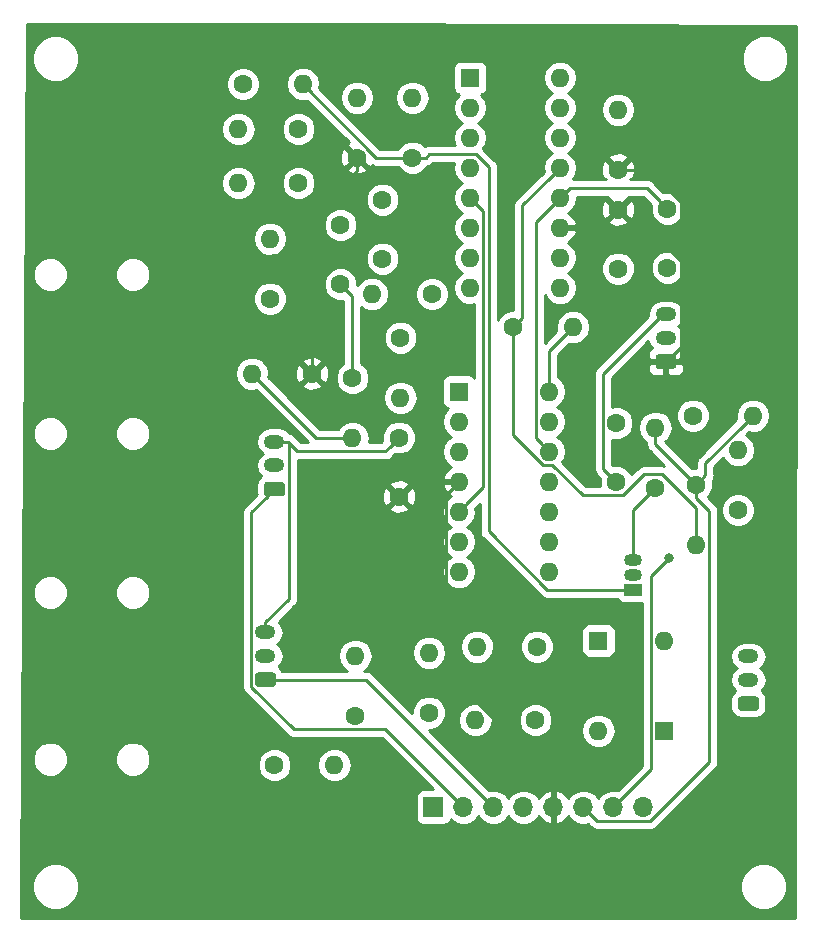
<source format=gbr>
G04 #@! TF.GenerationSoftware,KiCad,Pcbnew,(5.0.1)-rc2*
G04 #@! TF.CreationDate,2018-12-07T18:39:01-05:00*
G04 #@! TF.ProjectId,vcf,7663662E6B696361645F706362000000,rev?*
G04 #@! TF.SameCoordinates,Original*
G04 #@! TF.FileFunction,Copper,L2,Bot,Signal*
G04 #@! TF.FilePolarity,Positive*
%FSLAX46Y46*%
G04 Gerber Fmt 4.6, Leading zero omitted, Abs format (unit mm)*
G04 Created by KiCad (PCBNEW (5.0.1)-rc2) date 12/7/2018 6:39:01 PM*
%MOMM*%
%LPD*%
G01*
G04 APERTURE LIST*
G04 #@! TA.AperFunction,Conductor*
%ADD10C,0.100000*%
G04 #@! TD*
G04 #@! TA.AperFunction,ComponentPad*
%ADD11C,1.200000*%
G04 #@! TD*
G04 #@! TA.AperFunction,ComponentPad*
%ADD12O,1.750000X1.200000*%
G04 #@! TD*
G04 #@! TA.AperFunction,ComponentPad*
%ADD13R,1.700000X1.700000*%
G04 #@! TD*
G04 #@! TA.AperFunction,ComponentPad*
%ADD14O,1.700000X1.700000*%
G04 #@! TD*
G04 #@! TA.AperFunction,ComponentPad*
%ADD15C,1.600000*%
G04 #@! TD*
G04 #@! TA.AperFunction,ComponentPad*
%ADD16R,1.600000X1.600000*%
G04 #@! TD*
G04 #@! TA.AperFunction,ComponentPad*
%ADD17O,1.600000X1.600000*%
G04 #@! TD*
G04 #@! TA.AperFunction,ComponentPad*
%ADD18O,1.500000X1.050000*%
G04 #@! TD*
G04 #@! TA.AperFunction,ComponentPad*
%ADD19R,1.500000X1.050000*%
G04 #@! TD*
G04 #@! TA.AperFunction,ViaPad*
%ADD20C,0.800000*%
G04 #@! TD*
G04 #@! TA.AperFunction,Conductor*
%ADD21C,0.254000*%
G04 #@! TD*
G04 APERTURE END LIST*
D10*
G04 #@! TO.N,+9V*
G04 #@! TO.C,J6*
G36*
X134761505Y-94778204D02*
X134785773Y-94781804D01*
X134809572Y-94787765D01*
X134832671Y-94796030D01*
X134854850Y-94806520D01*
X134875893Y-94819132D01*
X134895599Y-94833747D01*
X134913777Y-94850223D01*
X134930253Y-94868401D01*
X134944868Y-94888107D01*
X134957480Y-94909150D01*
X134967970Y-94931329D01*
X134976235Y-94954428D01*
X134982196Y-94978227D01*
X134985796Y-95002495D01*
X134987000Y-95026999D01*
X134987000Y-95727001D01*
X134985796Y-95751505D01*
X134982196Y-95775773D01*
X134976235Y-95799572D01*
X134967970Y-95822671D01*
X134957480Y-95844850D01*
X134944868Y-95865893D01*
X134930253Y-95885599D01*
X134913777Y-95903777D01*
X134895599Y-95920253D01*
X134875893Y-95934868D01*
X134854850Y-95947480D01*
X134832671Y-95957970D01*
X134809572Y-95966235D01*
X134785773Y-95972196D01*
X134761505Y-95975796D01*
X134737001Y-95977000D01*
X133486999Y-95977000D01*
X133462495Y-95975796D01*
X133438227Y-95972196D01*
X133414428Y-95966235D01*
X133391329Y-95957970D01*
X133369150Y-95947480D01*
X133348107Y-95934868D01*
X133328401Y-95920253D01*
X133310223Y-95903777D01*
X133293747Y-95885599D01*
X133279132Y-95865893D01*
X133266520Y-95844850D01*
X133256030Y-95822671D01*
X133247765Y-95799572D01*
X133241804Y-95775773D01*
X133238204Y-95751505D01*
X133237000Y-95727001D01*
X133237000Y-95026999D01*
X133238204Y-95002495D01*
X133241804Y-94978227D01*
X133247765Y-94954428D01*
X133256030Y-94931329D01*
X133266520Y-94909150D01*
X133279132Y-94888107D01*
X133293747Y-94868401D01*
X133310223Y-94850223D01*
X133328401Y-94833747D01*
X133348107Y-94819132D01*
X133369150Y-94806520D01*
X133391329Y-94796030D01*
X133414428Y-94787765D01*
X133438227Y-94781804D01*
X133462495Y-94778204D01*
X133486999Y-94777000D01*
X134737001Y-94777000D01*
X134761505Y-94778204D01*
X134761505Y-94778204D01*
G37*
D11*
G04 #@! TD*
G04 #@! TO.P,J6,1*
G04 #@! TO.N,+9V*
X134112000Y-95377000D03*
D12*
G04 #@! TO.P,J6,2*
G04 #@! TO.N,GND*
X134112000Y-93377000D03*
G04 #@! TO.P,J6,3*
G04 #@! TO.N,-9V*
X134112000Y-91377000D03*
G04 #@! TD*
D13*
G04 #@! TO.P,J2,1*
G04 #@! TO.N,AudioIn*
X114427000Y-133096000D03*
D14*
G04 #@! TO.P,J2,2*
G04 #@! TO.N,CV_In1*
X116967000Y-133096000D03*
G04 #@! TO.P,J2,3*
G04 #@! TO.N,CV_In2*
X119507000Y-133096000D03*
G04 #@! TO.P,J2,4*
G04 #@! TO.N,Out1*
X122047000Y-133096000D03*
G04 #@! TO.P,J2,5*
G04 #@! TO.N,+9V*
X124587000Y-133096000D03*
G04 #@! TO.P,J2,6*
G04 #@! TO.N,GND*
X127127000Y-133096000D03*
G04 #@! TO.P,J2,7*
G04 #@! TO.N,-9V*
X129667000Y-133096000D03*
G04 #@! TO.P,J2,8*
G04 #@! TO.N,Net-(J2-Pad8)*
X132207000Y-133096000D03*
G04 #@! TD*
D15*
G04 #@! TO.P,C6,2*
G04 #@! TO.N,GND*
X110109000Y-86661000D03*
G04 #@! TO.P,C6,1*
G04 #@! TO.N,Net-(C6-Pad1)*
X110109000Y-81661000D03*
G04 #@! TD*
G04 #@! TO.P,C5,1*
G04 #@! TO.N,GND*
X130048000Y-87503000D03*
G04 #@! TO.P,C5,2*
G04 #@! TO.N,+9V*
X130048000Y-82503000D03*
G04 #@! TD*
G04 #@! TO.P,C4,2*
G04 #@! TO.N,-9V*
X129921000Y-105584000D03*
G04 #@! TO.P,C4,1*
G04 #@! TO.N,GND*
X129921000Y-100584000D03*
G04 #@! TD*
G04 #@! TO.P,C3,1*
G04 #@! TO.N,-9V*
X106553000Y-83820000D03*
G04 #@! TO.P,C3,2*
G04 #@! TO.N,GND*
X106553000Y-88820000D03*
G04 #@! TD*
G04 #@! TO.P,C2,2*
G04 #@! TO.N,GND*
X111506000Y-101807000D03*
G04 #@! TO.P,C2,1*
G04 #@! TO.N,+9V*
X111506000Y-106807000D03*
G04 #@! TD*
G04 #@! TO.P,C1,1*
G04 #@! TO.N,Net-(C1-Pad1)*
X134239000Y-82423000D03*
G04 #@! TO.P,C1,2*
G04 #@! TO.N,GND*
X134239000Y-87423000D03*
G04 #@! TD*
D16*
G04 #@! TO.P,D1,1*
G04 #@! TO.N,Net-(D1-Pad1)*
X128397000Y-118999000D03*
D17*
G04 #@! TO.P,D1,2*
G04 #@! TO.N,Net-(D1-Pad2)*
X128397000Y-126619000D03*
G04 #@! TD*
G04 #@! TO.P,D2,2*
G04 #@! TO.N,Net-(D1-Pad1)*
X133985000Y-118999000D03*
D16*
G04 #@! TO.P,D2,1*
G04 #@! TO.N,Net-(D1-Pad2)*
X133985000Y-126619000D03*
G04 #@! TD*
D18*
G04 #@! TO.P,Q1,2*
G04 #@! TO.N,Net-(Q1-Pad2)*
X131318000Y-113411000D03*
G04 #@! TO.P,Q1,3*
G04 #@! TO.N,Net-(Q1-Pad3)*
X131318000Y-112141000D03*
D19*
G04 #@! TO.P,Q1,1*
G04 #@! TO.N,Net-(Q1-Pad1)*
X131318000Y-114681000D03*
G04 #@! TD*
D15*
G04 #@! TO.P,R1,1*
G04 #@! TO.N,Net-(R1-Pad1)*
X107823000Y-125349000D03*
D17*
G04 #@! TO.P,R1,2*
G04 #@! TO.N,Net-(R1-Pad2)*
X107823000Y-120269000D03*
G04 #@! TD*
D15*
G04 #@! TO.P,R2,1*
G04 #@! TO.N,Net-(R2-Pad1)*
X136398000Y-99949000D03*
D17*
G04 #@! TO.P,R2,2*
G04 #@! TO.N,GND*
X141478000Y-99949000D03*
G04 #@! TD*
D15*
G04 #@! TO.P,R3,1*
G04 #@! TO.N,Net-(R3-Pad1)*
X111633000Y-93345000D03*
D17*
G04 #@! TO.P,R3,2*
G04 #@! TO.N,Net-(R1-Pad1)*
X111633000Y-98425000D03*
G04 #@! TD*
G04 #@! TO.P,R4,2*
G04 #@! TO.N,GND*
X133223000Y-100965000D03*
D15*
G04 #@! TO.P,R4,1*
G04 #@! TO.N,Net-(Q1-Pad3)*
X133223000Y-106045000D03*
G04 #@! TD*
D17*
G04 #@! TO.P,R5,2*
G04 #@! TO.N,Net-(R5-Pad2)*
X114046000Y-120015000D03*
D15*
G04 #@! TO.P,R5,1*
G04 #@! TO.N,Net-(R1-Pad1)*
X114046000Y-125095000D03*
G04 #@! TD*
D17*
G04 #@! TO.P,R6,2*
G04 #@! TO.N,Net-(R2-Pad1)*
X100584000Y-84963000D03*
D15*
G04 #@! TO.P,R6,1*
G04 #@! TO.N,AudioIn*
X100584000Y-90043000D03*
G04 #@! TD*
D17*
G04 #@! TO.P,R7,2*
G04 #@! TO.N,Net-(R11-Pad1)*
X136652000Y-110871000D03*
D15*
G04 #@! TO.P,R7,1*
G04 #@! TO.N,GND*
X136652000Y-105791000D03*
G04 #@! TD*
D17*
G04 #@! TO.P,R8,2*
G04 #@! TO.N,Net-(R2-Pad1)*
X140208000Y-102870000D03*
D15*
G04 #@! TO.P,R8,1*
G04 #@! TO.N,Net-(D1-Pad1)*
X140208000Y-107950000D03*
G04 #@! TD*
G04 #@! TO.P,R9,1*
G04 #@! TO.N,Net-(D1-Pad2)*
X123063000Y-125730000D03*
D17*
G04 #@! TO.P,R9,2*
G04 #@! TO.N,Net-(R11-Pad1)*
X117983000Y-125730000D03*
G04 #@! TD*
D15*
G04 #@! TO.P,R10,1*
G04 #@! TO.N,+9V*
X130048000Y-79121000D03*
D17*
G04 #@! TO.P,R10,2*
G04 #@! TO.N,Net-(R10-Pad2)*
X130048000Y-74041000D03*
G04 #@! TD*
D15*
G04 #@! TO.P,R11,1*
G04 #@! TO.N,Net-(R11-Pad1)*
X121158000Y-92456000D03*
D17*
G04 #@! TO.P,R11,2*
G04 #@! TO.N,Net-(R11-Pad2)*
X126238000Y-92456000D03*
G04 #@! TD*
G04 #@! TO.P,R12,2*
G04 #@! TO.N,Net-(R12-Pad2)*
X118110000Y-119507000D03*
D15*
G04 #@! TO.P,R12,1*
G04 #@! TO.N,Net-(R11-Pad1)*
X123190000Y-119507000D03*
G04 #@! TD*
G04 #@! TO.P,R13,1*
G04 #@! TO.N,Net-(R13-Pad1)*
X98298000Y-71882000D03*
D17*
G04 #@! TO.P,R13,2*
G04 #@! TO.N,Net-(Q1-Pad1)*
X103378000Y-71882000D03*
G04 #@! TD*
D15*
G04 #@! TO.P,R14,1*
G04 #@! TO.N,GND*
X107569000Y-96774000D03*
D17*
G04 #@! TO.P,R14,2*
G04 #@! TO.N,Net-(J5-PadTN)*
X107569000Y-101854000D03*
G04 #@! TD*
G04 #@! TO.P,R15,2*
G04 #@! TO.N,Net-(R15-Pad2)*
X112649000Y-73025000D03*
D15*
G04 #@! TO.P,R15,1*
G04 #@! TO.N,Net-(Q1-Pad1)*
X112649000Y-78105000D03*
G04 #@! TD*
D17*
G04 #@! TO.P,R16,2*
G04 #@! TO.N,Net-(R16-Pad2)*
X109220000Y-89662000D03*
D15*
G04 #@! TO.P,R16,1*
G04 #@! TO.N,Net-(R11-Pad2)*
X114300000Y-89662000D03*
G04 #@! TD*
D17*
G04 #@! TO.P,R17,2*
G04 #@! TO.N,GND*
X97917000Y-75692000D03*
D15*
G04 #@! TO.P,R17,1*
G04 #@! TO.N,Net-(R16-Pad2)*
X102997000Y-75692000D03*
G04 #@! TD*
G04 #@! TO.P,R18,1*
G04 #@! TO.N,Net-(R18-Pad1)*
X102997000Y-80264000D03*
D17*
G04 #@! TO.P,R18,2*
G04 #@! TO.N,GND*
X97917000Y-80264000D03*
G04 #@! TD*
D15*
G04 #@! TO.P,R19,1*
G04 #@! TO.N,+9V*
X107950000Y-78105000D03*
D17*
G04 #@! TO.P,R19,2*
G04 #@! TO.N,Net-(R19-Pad2)*
X107950000Y-73025000D03*
G04 #@! TD*
D15*
G04 #@! TO.P,R20,1*
G04 #@! TO.N,Out1*
X100965000Y-129540000D03*
D17*
G04 #@! TO.P,R20,2*
G04 #@! TO.N,Net-(R12-Pad2)*
X106045000Y-129540000D03*
G04 #@! TD*
G04 #@! TO.P,R21,2*
G04 #@! TO.N,Net-(J5-PadTN)*
X99060000Y-96393000D03*
D15*
G04 #@! TO.P,R21,1*
G04 #@! TO.N,+9V*
X104140000Y-96393000D03*
G04 #@! TD*
D10*
G04 #@! TO.N,CV_In2*
G04 #@! TO.C,RV1*
G36*
X100852505Y-121702204D02*
X100876773Y-121705804D01*
X100900572Y-121711765D01*
X100923671Y-121720030D01*
X100945850Y-121730520D01*
X100966893Y-121743132D01*
X100986599Y-121757747D01*
X101004777Y-121774223D01*
X101021253Y-121792401D01*
X101035868Y-121812107D01*
X101048480Y-121833150D01*
X101058970Y-121855329D01*
X101067235Y-121878428D01*
X101073196Y-121902227D01*
X101076796Y-121926495D01*
X101078000Y-121950999D01*
X101078000Y-122651001D01*
X101076796Y-122675505D01*
X101073196Y-122699773D01*
X101067235Y-122723572D01*
X101058970Y-122746671D01*
X101048480Y-122768850D01*
X101035868Y-122789893D01*
X101021253Y-122809599D01*
X101004777Y-122827777D01*
X100986599Y-122844253D01*
X100966893Y-122858868D01*
X100945850Y-122871480D01*
X100923671Y-122881970D01*
X100900572Y-122890235D01*
X100876773Y-122896196D01*
X100852505Y-122899796D01*
X100828001Y-122901000D01*
X99577999Y-122901000D01*
X99553495Y-122899796D01*
X99529227Y-122896196D01*
X99505428Y-122890235D01*
X99482329Y-122881970D01*
X99460150Y-122871480D01*
X99439107Y-122858868D01*
X99419401Y-122844253D01*
X99401223Y-122827777D01*
X99384747Y-122809599D01*
X99370132Y-122789893D01*
X99357520Y-122768850D01*
X99347030Y-122746671D01*
X99338765Y-122723572D01*
X99332804Y-122699773D01*
X99329204Y-122675505D01*
X99328000Y-122651001D01*
X99328000Y-121950999D01*
X99329204Y-121926495D01*
X99332804Y-121902227D01*
X99338765Y-121878428D01*
X99347030Y-121855329D01*
X99357520Y-121833150D01*
X99370132Y-121812107D01*
X99384747Y-121792401D01*
X99401223Y-121774223D01*
X99419401Y-121757747D01*
X99439107Y-121743132D01*
X99460150Y-121730520D01*
X99482329Y-121720030D01*
X99505428Y-121711765D01*
X99529227Y-121705804D01*
X99553495Y-121702204D01*
X99577999Y-121701000D01*
X100828001Y-121701000D01*
X100852505Y-121702204D01*
X100852505Y-121702204D01*
G37*
D11*
G04 #@! TD*
G04 #@! TO.P,RV1,1*
G04 #@! TO.N,CV_In2*
X100203000Y-122301000D03*
D12*
G04 #@! TO.P,RV1,2*
G04 #@! TO.N,Net-(R1-Pad2)*
X100203000Y-120301000D03*
G04 #@! TO.P,RV1,3*
G04 #@! TO.N,GND*
X100203000Y-118301000D03*
G04 #@! TD*
D10*
G04 #@! TO.N,CV_In1*
G04 #@! TO.C,RV2*
G36*
X101614505Y-105573204D02*
X101638773Y-105576804D01*
X101662572Y-105582765D01*
X101685671Y-105591030D01*
X101707850Y-105601520D01*
X101728893Y-105614132D01*
X101748599Y-105628747D01*
X101766777Y-105645223D01*
X101783253Y-105663401D01*
X101797868Y-105683107D01*
X101810480Y-105704150D01*
X101820970Y-105726329D01*
X101829235Y-105749428D01*
X101835196Y-105773227D01*
X101838796Y-105797495D01*
X101840000Y-105821999D01*
X101840000Y-106522001D01*
X101838796Y-106546505D01*
X101835196Y-106570773D01*
X101829235Y-106594572D01*
X101820970Y-106617671D01*
X101810480Y-106639850D01*
X101797868Y-106660893D01*
X101783253Y-106680599D01*
X101766777Y-106698777D01*
X101748599Y-106715253D01*
X101728893Y-106729868D01*
X101707850Y-106742480D01*
X101685671Y-106752970D01*
X101662572Y-106761235D01*
X101638773Y-106767196D01*
X101614505Y-106770796D01*
X101590001Y-106772000D01*
X100339999Y-106772000D01*
X100315495Y-106770796D01*
X100291227Y-106767196D01*
X100267428Y-106761235D01*
X100244329Y-106752970D01*
X100222150Y-106742480D01*
X100201107Y-106729868D01*
X100181401Y-106715253D01*
X100163223Y-106698777D01*
X100146747Y-106680599D01*
X100132132Y-106660893D01*
X100119520Y-106639850D01*
X100109030Y-106617671D01*
X100100765Y-106594572D01*
X100094804Y-106570773D01*
X100091204Y-106546505D01*
X100090000Y-106522001D01*
X100090000Y-105821999D01*
X100091204Y-105797495D01*
X100094804Y-105773227D01*
X100100765Y-105749428D01*
X100109030Y-105726329D01*
X100119520Y-105704150D01*
X100132132Y-105683107D01*
X100146747Y-105663401D01*
X100163223Y-105645223D01*
X100181401Y-105628747D01*
X100201107Y-105614132D01*
X100222150Y-105601520D01*
X100244329Y-105591030D01*
X100267428Y-105582765D01*
X100291227Y-105576804D01*
X100315495Y-105573204D01*
X100339999Y-105572000D01*
X101590001Y-105572000D01*
X101614505Y-105573204D01*
X101614505Y-105573204D01*
G37*
D11*
G04 #@! TD*
G04 #@! TO.P,RV2,1*
G04 #@! TO.N,CV_In1*
X100965000Y-106172000D03*
D12*
G04 #@! TO.P,RV2,2*
G04 #@! TO.N,Net-(R5-Pad2)*
X100965000Y-104172000D03*
G04 #@! TO.P,RV2,3*
G04 #@! TO.N,GND*
X100965000Y-102172000D03*
G04 #@! TD*
G04 #@! TO.P,RV3,3*
G04 #@! TO.N,Net-(D1-Pad1)*
X141097000Y-120333000D03*
G04 #@! TO.P,RV3,2*
G04 #@! TO.N,Net-(R11-Pad2)*
X141097000Y-122333000D03*
D10*
G04 #@! TD*
G04 #@! TO.N,Net-(D1-Pad2)*
G04 #@! TO.C,RV3*
G36*
X141746505Y-123734204D02*
X141770773Y-123737804D01*
X141794572Y-123743765D01*
X141817671Y-123752030D01*
X141839850Y-123762520D01*
X141860893Y-123775132D01*
X141880599Y-123789747D01*
X141898777Y-123806223D01*
X141915253Y-123824401D01*
X141929868Y-123844107D01*
X141942480Y-123865150D01*
X141952970Y-123887329D01*
X141961235Y-123910428D01*
X141967196Y-123934227D01*
X141970796Y-123958495D01*
X141972000Y-123982999D01*
X141972000Y-124683001D01*
X141970796Y-124707505D01*
X141967196Y-124731773D01*
X141961235Y-124755572D01*
X141952970Y-124778671D01*
X141942480Y-124800850D01*
X141929868Y-124821893D01*
X141915253Y-124841599D01*
X141898777Y-124859777D01*
X141880599Y-124876253D01*
X141860893Y-124890868D01*
X141839850Y-124903480D01*
X141817671Y-124913970D01*
X141794572Y-124922235D01*
X141770773Y-124928196D01*
X141746505Y-124931796D01*
X141722001Y-124933000D01*
X140471999Y-124933000D01*
X140447495Y-124931796D01*
X140423227Y-124928196D01*
X140399428Y-124922235D01*
X140376329Y-124913970D01*
X140354150Y-124903480D01*
X140333107Y-124890868D01*
X140313401Y-124876253D01*
X140295223Y-124859777D01*
X140278747Y-124841599D01*
X140264132Y-124821893D01*
X140251520Y-124800850D01*
X140241030Y-124778671D01*
X140232765Y-124755572D01*
X140226804Y-124731773D01*
X140223204Y-124707505D01*
X140222000Y-124683001D01*
X140222000Y-123982999D01*
X140223204Y-123958495D01*
X140226804Y-123934227D01*
X140232765Y-123910428D01*
X140241030Y-123887329D01*
X140251520Y-123865150D01*
X140264132Y-123844107D01*
X140278747Y-123824401D01*
X140295223Y-123806223D01*
X140313401Y-123789747D01*
X140333107Y-123775132D01*
X140354150Y-123762520D01*
X140376329Y-123752030D01*
X140399428Y-123743765D01*
X140423227Y-123737804D01*
X140447495Y-123734204D01*
X140471999Y-123733000D01*
X141722001Y-123733000D01*
X141746505Y-123734204D01*
X141746505Y-123734204D01*
G37*
D11*
G04 #@! TO.P,RV3,1*
G04 #@! TO.N,Net-(D1-Pad2)*
X141097000Y-124333000D03*
G04 #@! TD*
D16*
G04 #@! TO.P,U1,1*
G04 #@! TO.N,Net-(R15-Pad2)*
X117526001Y-71348001D03*
D17*
G04 #@! TO.P,U1,9*
G04 #@! TO.N,Net-(U1-Pad9)*
X125146001Y-89128001D03*
G04 #@! TO.P,U1,2*
G04 #@! TO.N,Net-(R19-Pad2)*
X117526001Y-73888001D03*
G04 #@! TO.P,U1,10*
G04 #@! TO.N,GND*
X125146001Y-86588001D03*
G04 #@! TO.P,U1,3*
G04 #@! TO.N,Net-(R16-Pad2)*
X117526001Y-76428001D03*
G04 #@! TO.P,U1,11*
G04 #@! TO.N,+9V*
X125146001Y-84048001D03*
G04 #@! TO.P,U1,4*
G04 #@! TO.N,Net-(R18-Pad1)*
X117526001Y-78968001D03*
G04 #@! TO.P,U1,12*
G04 #@! TO.N,Net-(C1-Pad1)*
X125146001Y-81508001D03*
G04 #@! TO.P,U1,5*
G04 #@! TO.N,Net-(C6-Pad1)*
X117526001Y-81508001D03*
G04 #@! TO.P,U1,13*
G04 #@! TO.N,Net-(R11-Pad1)*
X125146001Y-78968001D03*
G04 #@! TO.P,U1,6*
G04 #@! TO.N,-9V*
X117526001Y-84048001D03*
G04 #@! TO.P,U1,14*
G04 #@! TO.N,Net-(R2-Pad1)*
X125146001Y-76428001D03*
G04 #@! TO.P,U1,7*
G04 #@! TO.N,GND*
X117526001Y-86588001D03*
G04 #@! TO.P,U1,15*
G04 #@! TO.N,Net-(R10-Pad2)*
X125146001Y-73888001D03*
G04 #@! TO.P,U1,8*
G04 #@! TO.N,Net-(U1-Pad8)*
X117526001Y-89128001D03*
G04 #@! TO.P,U1,16*
G04 #@! TO.N,Net-(R13-Pad1)*
X125146001Y-71348001D03*
G04 #@! TD*
D16*
G04 #@! TO.P,U2,1*
G04 #@! TO.N,Net-(R3-Pad1)*
X116586000Y-97917000D03*
D17*
G04 #@! TO.P,U2,8*
G04 #@! TO.N,Net-(Q1-Pad2)*
X124206000Y-113157000D03*
G04 #@! TO.P,U2,2*
G04 #@! TO.N,Net-(R1-Pad1)*
X116586000Y-100457000D03*
G04 #@! TO.P,U2,9*
G04 #@! TO.N,Net-(Q1-Pad3)*
X124206000Y-110617000D03*
G04 #@! TO.P,U2,3*
G04 #@! TO.N,GND*
X116586000Y-102997000D03*
G04 #@! TO.P,U2,10*
G04 #@! TO.N,Net-(R3-Pad1)*
X124206000Y-108077000D03*
G04 #@! TO.P,U2,4*
G04 #@! TO.N,+9V*
X116586000Y-105537000D03*
G04 #@! TO.P,U2,11*
G04 #@! TO.N,-9V*
X124206000Y-105537000D03*
G04 #@! TO.P,U2,5*
G04 #@! TO.N,Net-(C6-Pad1)*
X116586000Y-108077000D03*
G04 #@! TO.P,U2,12*
G04 #@! TO.N,Net-(C1-Pad1)*
X124206000Y-102997000D03*
G04 #@! TO.P,U2,6*
G04 #@! TO.N,Net-(R12-Pad2)*
X116586000Y-110617000D03*
G04 #@! TO.P,U2,13*
G04 #@! TO.N,Net-(R11-Pad2)*
X124206000Y-100457000D03*
G04 #@! TO.P,U2,7*
G04 #@! TO.N,Net-(R12-Pad2)*
X116586000Y-113157000D03*
G04 #@! TO.P,U2,14*
G04 #@! TO.N,Net-(R11-Pad2)*
X124206000Y-97917000D03*
G04 #@! TD*
D20*
G04 #@! TO.N,-9V*
X134366000Y-112014000D03*
G04 #@! TD*
D21*
G04 #@! TO.N,GND*
X133223000Y-102362000D02*
X136652000Y-105791000D01*
X133223000Y-100965000D02*
X133223000Y-102362000D01*
X140678001Y-100748999D02*
X141478000Y-99949000D01*
X137451999Y-103975001D02*
X140678001Y-100748999D01*
X137451999Y-104991001D02*
X137451999Y-103975001D01*
X136652000Y-105791000D02*
X137451999Y-104991001D01*
X107569000Y-89836000D02*
X106553000Y-88820000D01*
X107569000Y-96774000D02*
X107569000Y-89836000D01*
X127976999Y-133945999D02*
X127127000Y-133096000D01*
X128304001Y-134273001D02*
X127976999Y-133945999D01*
X132771961Y-134273001D02*
X128304001Y-134273001D01*
X137779001Y-129265961D02*
X132771961Y-134273001D01*
X137779001Y-108049371D02*
X137779001Y-129265961D01*
X136652000Y-106922370D02*
X137779001Y-108049371D01*
X136652000Y-105791000D02*
X136652000Y-106922370D01*
X100203000Y-117447000D02*
X100203000Y-118301000D01*
X102167010Y-115482990D02*
X100203000Y-117447000D01*
X102167010Y-102245010D02*
X102167010Y-115482990D01*
X102094000Y-102172000D02*
X102167010Y-102245010D01*
X110706001Y-102606999D02*
X111506000Y-101807000D01*
X110331999Y-102981001D02*
X110706001Y-102606999D01*
X102903001Y-102981001D02*
X110331999Y-102981001D01*
X102094000Y-102172000D02*
X102903001Y-102981001D01*
X100965000Y-102172000D02*
X102094000Y-102172000D01*
G04 #@! TO.N,Net-(C1-Pad1)*
X123406001Y-102197001D02*
X124206000Y-102997000D01*
X123078999Y-101869999D02*
X123406001Y-102197001D01*
X123078999Y-83575003D02*
X123078999Y-101869999D01*
X125146001Y-81508001D02*
X123078999Y-83575003D01*
X133439001Y-81623001D02*
X134239000Y-82423000D01*
X132524002Y-80708002D02*
X133439001Y-81623001D01*
X125946000Y-80708002D02*
X132524002Y-80708002D01*
X125146001Y-81508001D02*
X125946000Y-80708002D01*
G04 #@! TO.N,+9V*
X130847999Y-83302999D02*
X130048000Y-82503000D01*
X131786961Y-83302999D02*
X130847999Y-83302999D01*
X135366001Y-86882039D02*
X131786961Y-83302999D01*
X135366001Y-95097999D02*
X135366001Y-86882039D01*
X135087000Y-95377000D02*
X135366001Y-95097999D01*
X134112000Y-95377000D02*
X135087000Y-95377000D01*
X131179370Y-79121000D02*
X130048000Y-79121000D01*
X132604962Y-79121000D02*
X131179370Y-79121000D01*
X135366001Y-81882039D02*
X132604962Y-79121000D01*
X135366001Y-94122999D02*
X135366001Y-81882039D01*
X134112000Y-95377000D02*
X135366001Y-94122999D01*
X124587000Y-131893919D02*
X124587000Y-133096000D01*
X124587000Y-130666038D02*
X124587000Y-131893919D01*
X115458999Y-121538037D02*
X124587000Y-130666038D01*
X115458999Y-106664001D02*
X115458999Y-121538037D01*
X116586000Y-105537000D02*
X115458999Y-106664001D01*
X104140000Y-95261630D02*
X104140000Y-96393000D01*
X104140000Y-83046370D02*
X104140000Y-95261630D01*
X107950000Y-79236370D02*
X104140000Y-83046370D01*
X107950000Y-78105000D02*
X107950000Y-79236370D01*
G04 #@! TO.N,-9V*
X129121001Y-104784001D02*
X129921000Y-105584000D01*
X128793999Y-104456999D02*
X129121001Y-104784001D01*
X128793999Y-96420001D02*
X128793999Y-104456999D01*
X133837000Y-91377000D02*
X128793999Y-96420001D01*
X134112000Y-91377000D02*
X133837000Y-91377000D01*
X130516999Y-132246001D02*
X129667000Y-133096000D01*
X132857999Y-129905001D02*
X130516999Y-132246001D01*
X132857999Y-113522001D02*
X132857999Y-129905001D01*
X134366000Y-112014000D02*
X132857999Y-113522001D01*
G04 #@! TO.N,Net-(C6-Pad1)*
X117385999Y-107277001D02*
X116586000Y-108077000D01*
X118653002Y-106009998D02*
X117385999Y-107277001D01*
X118653002Y-82635002D02*
X118653002Y-106009998D01*
X117526001Y-81508001D02*
X118653002Y-82635002D01*
G04 #@! TO.N,CV_In2*
X108712000Y-122301000D02*
X100203000Y-122301000D01*
X119507000Y-133096000D02*
X108712000Y-122301000D01*
G04 #@! TO.N,CV_In1*
X100294290Y-106842710D02*
X100965000Y-106172000D01*
X99000990Y-108136010D02*
X100294290Y-106842710D01*
X99000990Y-122890008D02*
X99000990Y-108136010D01*
X102586983Y-126476001D02*
X99000990Y-122890008D01*
X110347001Y-126476001D02*
X102586983Y-126476001D01*
X116967000Y-133096000D02*
X110347001Y-126476001D01*
G04 #@! TO.N,Net-(Q1-Pad3)*
X131318000Y-107950000D02*
X131318000Y-112141000D01*
X133223000Y-106045000D02*
X131318000Y-107950000D01*
G04 #@! TO.N,Net-(Q1-Pad1)*
X109601000Y-78105000D02*
X112649000Y-78105000D01*
X103378000Y-71882000D02*
X109601000Y-78105000D01*
X113780370Y-78105000D02*
X112649000Y-78105000D01*
X118066962Y-77841000D02*
X114044370Y-77841000D01*
X119107012Y-78881050D02*
X118066962Y-77841000D01*
X119107012Y-109725974D02*
X119107012Y-78881050D01*
X114044370Y-77841000D02*
X113780370Y-78105000D01*
X124062038Y-114681000D02*
X119107012Y-109725974D01*
X131318000Y-114681000D02*
X124062038Y-114681000D01*
G04 #@! TO.N,Net-(R11-Pad1)*
X124346002Y-79768000D02*
X125146001Y-78968001D01*
X121957999Y-82156003D02*
X124346002Y-79768000D01*
X121957999Y-91656001D02*
X121957999Y-82156003D01*
X121158000Y-92456000D02*
X121957999Y-91656001D01*
X121158000Y-93587370D02*
X121158000Y-92456000D01*
X121158000Y-101616962D02*
X121158000Y-93587370D01*
X123665039Y-104124001D02*
X121158000Y-101616962D01*
X124460963Y-104124001D02*
X123665039Y-104124001D01*
X127047963Y-106711001D02*
X124460963Y-104124001D01*
X130461961Y-106711001D02*
X127047963Y-106711001D01*
X132254963Y-104917999D02*
X130461961Y-106711001D01*
X133763961Y-104917999D02*
X132254963Y-104917999D01*
X136652000Y-107806038D02*
X133763961Y-104917999D01*
X136652000Y-110871000D02*
X136652000Y-107806038D01*
G04 #@! TO.N,Net-(R11-Pad2)*
X124206000Y-94488000D02*
X124206000Y-97917000D01*
X126238000Y-92456000D02*
X124206000Y-94488000D01*
G04 #@! TO.N,Net-(J5-PadTN)*
X104521000Y-101854000D02*
X107569000Y-101854000D01*
X99060000Y-96393000D02*
X104521000Y-101854000D01*
G04 #@! TD*
G04 #@! TO.N,+9V*
G36*
X145160788Y-66928507D02*
X145034212Y-142494000D01*
X79502851Y-142494000D01*
X79523297Y-139432159D01*
X80438000Y-139432159D01*
X80438000Y-140221841D01*
X80740199Y-140951412D01*
X81298588Y-141509801D01*
X82028159Y-141812000D01*
X82817841Y-141812000D01*
X83547412Y-141509801D01*
X84105801Y-140951412D01*
X84408000Y-140221841D01*
X84408000Y-139432159D01*
X140382000Y-139432159D01*
X140382000Y-140221841D01*
X140684199Y-140951412D01*
X141242588Y-141509801D01*
X141972159Y-141812000D01*
X142761841Y-141812000D01*
X143491412Y-141509801D01*
X144049801Y-140951412D01*
X144352000Y-140221841D01*
X144352000Y-139432159D01*
X144049801Y-138702588D01*
X143491412Y-138144199D01*
X142761841Y-137842000D01*
X141972159Y-137842000D01*
X141242588Y-138144199D01*
X140684199Y-138702588D01*
X140382000Y-139432159D01*
X84408000Y-139432159D01*
X84105801Y-138702588D01*
X83547412Y-138144199D01*
X82817841Y-137842000D01*
X82028159Y-137842000D01*
X81298588Y-138144199D01*
X80740199Y-138702588D01*
X80438000Y-139432159D01*
X79523297Y-139432159D01*
X79594719Y-128736615D01*
X80490000Y-128736615D01*
X80490000Y-129327385D01*
X80716078Y-129873185D01*
X81133815Y-130290922D01*
X81679615Y-130517000D01*
X82270385Y-130517000D01*
X82816185Y-130290922D01*
X83233922Y-129873185D01*
X83460000Y-129327385D01*
X83460000Y-128736615D01*
X87490000Y-128736615D01*
X87490000Y-129327385D01*
X87716078Y-129873185D01*
X88133815Y-130290922D01*
X88679615Y-130517000D01*
X89270385Y-130517000D01*
X89816185Y-130290922D01*
X90233922Y-129873185D01*
X90460000Y-129327385D01*
X90460000Y-129254561D01*
X99530000Y-129254561D01*
X99530000Y-129825439D01*
X99748466Y-130352862D01*
X100152138Y-130756534D01*
X100679561Y-130975000D01*
X101250439Y-130975000D01*
X101777862Y-130756534D01*
X102181534Y-130352862D01*
X102400000Y-129825439D01*
X102400000Y-129540000D01*
X104581887Y-129540000D01*
X104693260Y-130099909D01*
X105010423Y-130574577D01*
X105485091Y-130891740D01*
X105903667Y-130975000D01*
X106186333Y-130975000D01*
X106604909Y-130891740D01*
X107079577Y-130574577D01*
X107396740Y-130099909D01*
X107508113Y-129540000D01*
X107396740Y-128980091D01*
X107079577Y-128505423D01*
X106604909Y-128188260D01*
X106186333Y-128105000D01*
X105903667Y-128105000D01*
X105485091Y-128188260D01*
X105010423Y-128505423D01*
X104693260Y-128980091D01*
X104581887Y-129540000D01*
X102400000Y-129540000D01*
X102400000Y-129254561D01*
X102181534Y-128727138D01*
X101777862Y-128323466D01*
X101250439Y-128105000D01*
X100679561Y-128105000D01*
X100152138Y-128323466D01*
X99748466Y-128727138D01*
X99530000Y-129254561D01*
X90460000Y-129254561D01*
X90460000Y-128736615D01*
X90233922Y-128190815D01*
X89816185Y-127773078D01*
X89270385Y-127547000D01*
X88679615Y-127547000D01*
X88133815Y-127773078D01*
X87716078Y-128190815D01*
X87490000Y-128736615D01*
X83460000Y-128736615D01*
X83233922Y-128190815D01*
X82816185Y-127773078D01*
X82270385Y-127547000D01*
X81679615Y-127547000D01*
X81133815Y-127773078D01*
X80716078Y-128190815D01*
X80490000Y-128736615D01*
X79594719Y-128736615D01*
X79688855Y-114639615D01*
X80490000Y-114639615D01*
X80490000Y-115230385D01*
X80716078Y-115776185D01*
X81133815Y-116193922D01*
X81679615Y-116420000D01*
X82270385Y-116420000D01*
X82816185Y-116193922D01*
X83233922Y-115776185D01*
X83460000Y-115230385D01*
X83460000Y-114639615D01*
X87490000Y-114639615D01*
X87490000Y-115230385D01*
X87716078Y-115776185D01*
X88133815Y-116193922D01*
X88679615Y-116420000D01*
X89270385Y-116420000D01*
X89816185Y-116193922D01*
X90233922Y-115776185D01*
X90460000Y-115230385D01*
X90460000Y-114639615D01*
X90233922Y-114093815D01*
X89816185Y-113676078D01*
X89270385Y-113450000D01*
X88679615Y-113450000D01*
X88133815Y-113676078D01*
X87716078Y-114093815D01*
X87490000Y-114639615D01*
X83460000Y-114639615D01*
X83233922Y-114093815D01*
X82816185Y-113676078D01*
X82270385Y-113450000D01*
X81679615Y-113450000D01*
X81133815Y-113676078D01*
X80716078Y-114093815D01*
X80490000Y-114639615D01*
X79688855Y-114639615D01*
X79778751Y-101177615D01*
X80490000Y-101177615D01*
X80490000Y-101768385D01*
X80716078Y-102314185D01*
X81133815Y-102731922D01*
X81679615Y-102958000D01*
X82270385Y-102958000D01*
X82816185Y-102731922D01*
X83233922Y-102314185D01*
X83460000Y-101768385D01*
X83460000Y-101177615D01*
X87490000Y-101177615D01*
X87490000Y-101768385D01*
X87716078Y-102314185D01*
X88133815Y-102731922D01*
X88679615Y-102958000D01*
X89270385Y-102958000D01*
X89816185Y-102731922D01*
X90233922Y-102314185D01*
X90460000Y-101768385D01*
X90460000Y-101177615D01*
X90233922Y-100631815D01*
X89816185Y-100214078D01*
X89270385Y-99988000D01*
X88679615Y-99988000D01*
X88133815Y-100214078D01*
X87716078Y-100631815D01*
X87490000Y-101177615D01*
X83460000Y-101177615D01*
X83233922Y-100631815D01*
X82816185Y-100214078D01*
X82270385Y-99988000D01*
X81679615Y-99988000D01*
X81133815Y-100214078D01*
X80716078Y-100631815D01*
X80490000Y-101177615D01*
X79778751Y-101177615D01*
X79810701Y-96393000D01*
X97596887Y-96393000D01*
X97708260Y-96952909D01*
X98025423Y-97427577D01*
X98500091Y-97744740D01*
X98918667Y-97828000D01*
X99201333Y-97828000D01*
X99381527Y-97792157D01*
X103808370Y-102219001D01*
X103218632Y-102219001D01*
X102758893Y-101759263D01*
X102716381Y-101695639D01*
X102672615Y-101666396D01*
X102643371Y-101622629D01*
X102391317Y-101454212D01*
X102223392Y-101420810D01*
X102130385Y-101281615D01*
X101721873Y-101008656D01*
X101361636Y-100937000D01*
X100568364Y-100937000D01*
X100208127Y-101008656D01*
X99799615Y-101281615D01*
X99526656Y-101690127D01*
X99430805Y-102172000D01*
X99526656Y-102653873D01*
X99799615Y-103062385D01*
X99963665Y-103172000D01*
X99799615Y-103281615D01*
X99526656Y-103690127D01*
X99430805Y-104172000D01*
X99526656Y-104653873D01*
X99799615Y-105062385D01*
X99846074Y-105093428D01*
X99705414Y-105187414D01*
X99510873Y-105478564D01*
X99442560Y-105821999D01*
X99442560Y-106522001D01*
X99458290Y-106601080D01*
X98515241Y-107544129D01*
X98451620Y-107586639D01*
X98409109Y-107650261D01*
X98409108Y-107650262D01*
X98283203Y-107838693D01*
X98224063Y-108136010D01*
X98238991Y-108211058D01*
X98238990Y-122814965D01*
X98224063Y-122890008D01*
X98238990Y-122965051D01*
X98238990Y-122965055D01*
X98283202Y-123187324D01*
X98451619Y-123439379D01*
X98515243Y-123481891D01*
X101995100Y-126961749D01*
X102037612Y-127025372D01*
X102289666Y-127193789D01*
X102511935Y-127238001D01*
X102511940Y-127238001D01*
X102586983Y-127252928D01*
X102662026Y-127238001D01*
X110031371Y-127238001D01*
X114391929Y-131598560D01*
X113577000Y-131598560D01*
X113329235Y-131647843D01*
X113119191Y-131788191D01*
X112978843Y-131998235D01*
X112929560Y-132246000D01*
X112929560Y-133946000D01*
X112978843Y-134193765D01*
X113119191Y-134403809D01*
X113329235Y-134544157D01*
X113577000Y-134593440D01*
X115277000Y-134593440D01*
X115524765Y-134544157D01*
X115734809Y-134403809D01*
X115875157Y-134193765D01*
X115884184Y-134148381D01*
X115896375Y-134166625D01*
X116387582Y-134494839D01*
X116820744Y-134581000D01*
X117113256Y-134581000D01*
X117546418Y-134494839D01*
X118037625Y-134166625D01*
X118237000Y-133868239D01*
X118436375Y-134166625D01*
X118927582Y-134494839D01*
X119360744Y-134581000D01*
X119653256Y-134581000D01*
X120086418Y-134494839D01*
X120577625Y-134166625D01*
X120777000Y-133868239D01*
X120976375Y-134166625D01*
X121467582Y-134494839D01*
X121900744Y-134581000D01*
X122193256Y-134581000D01*
X122626418Y-134494839D01*
X123117625Y-134166625D01*
X123330843Y-133847522D01*
X123391817Y-133977358D01*
X123820076Y-134367645D01*
X124230110Y-134537476D01*
X124460000Y-134416155D01*
X124460000Y-133223000D01*
X124440000Y-133223000D01*
X124440000Y-132969000D01*
X124460000Y-132969000D01*
X124460000Y-131775845D01*
X124230110Y-131654524D01*
X123820076Y-131824355D01*
X123391817Y-132214642D01*
X123330843Y-132344478D01*
X123117625Y-132025375D01*
X122626418Y-131697161D01*
X122193256Y-131611000D01*
X121900744Y-131611000D01*
X121467582Y-131697161D01*
X120976375Y-132025375D01*
X120777000Y-132323761D01*
X120577625Y-132025375D01*
X120086418Y-131697161D01*
X119653256Y-131611000D01*
X119360744Y-131611000D01*
X119142952Y-131654321D01*
X114018630Y-126530000D01*
X114331439Y-126530000D01*
X114858862Y-126311534D01*
X115262534Y-125907862D01*
X115336206Y-125730000D01*
X116519887Y-125730000D01*
X116631260Y-126289909D01*
X116948423Y-126764577D01*
X117423091Y-127081740D01*
X117841667Y-127165000D01*
X118124333Y-127165000D01*
X118542909Y-127081740D01*
X119017577Y-126764577D01*
X119334740Y-126289909D01*
X119446113Y-125730000D01*
X119389336Y-125444561D01*
X121628000Y-125444561D01*
X121628000Y-126015439D01*
X121846466Y-126542862D01*
X122250138Y-126946534D01*
X122777561Y-127165000D01*
X123348439Y-127165000D01*
X123875862Y-126946534D01*
X124203396Y-126619000D01*
X126933887Y-126619000D01*
X127045260Y-127178909D01*
X127362423Y-127653577D01*
X127837091Y-127970740D01*
X128255667Y-128054000D01*
X128538333Y-128054000D01*
X128956909Y-127970740D01*
X129431577Y-127653577D01*
X129748740Y-127178909D01*
X129860113Y-126619000D01*
X129748740Y-126059091D01*
X129431577Y-125584423D01*
X128956909Y-125267260D01*
X128538333Y-125184000D01*
X128255667Y-125184000D01*
X127837091Y-125267260D01*
X127362423Y-125584423D01*
X127045260Y-126059091D01*
X126933887Y-126619000D01*
X124203396Y-126619000D01*
X124279534Y-126542862D01*
X124498000Y-126015439D01*
X124498000Y-125444561D01*
X124279534Y-124917138D01*
X123875862Y-124513466D01*
X123348439Y-124295000D01*
X122777561Y-124295000D01*
X122250138Y-124513466D01*
X121846466Y-124917138D01*
X121628000Y-125444561D01*
X119389336Y-125444561D01*
X119334740Y-125170091D01*
X119017577Y-124695423D01*
X118542909Y-124378260D01*
X118124333Y-124295000D01*
X117841667Y-124295000D01*
X117423091Y-124378260D01*
X116948423Y-124695423D01*
X116631260Y-125170091D01*
X116519887Y-125730000D01*
X115336206Y-125730000D01*
X115481000Y-125380439D01*
X115481000Y-124809561D01*
X115262534Y-124282138D01*
X114858862Y-123878466D01*
X114331439Y-123660000D01*
X113760561Y-123660000D01*
X113233138Y-123878466D01*
X112829466Y-124282138D01*
X112611000Y-124809561D01*
X112611000Y-125122370D01*
X109303884Y-121815253D01*
X109261371Y-121751629D01*
X109009317Y-121583212D01*
X108787048Y-121539000D01*
X108787043Y-121539000D01*
X108712000Y-121524073D01*
X108636957Y-121539000D01*
X108505242Y-121539000D01*
X108857577Y-121303577D01*
X109174740Y-120828909D01*
X109286113Y-120269000D01*
X109235590Y-120015000D01*
X112582887Y-120015000D01*
X112694260Y-120574909D01*
X113011423Y-121049577D01*
X113486091Y-121366740D01*
X113904667Y-121450000D01*
X114187333Y-121450000D01*
X114605909Y-121366740D01*
X115080577Y-121049577D01*
X115397740Y-120574909D01*
X115509113Y-120015000D01*
X115408066Y-119507000D01*
X116646887Y-119507000D01*
X116758260Y-120066909D01*
X117075423Y-120541577D01*
X117550091Y-120858740D01*
X117968667Y-120942000D01*
X118251333Y-120942000D01*
X118669909Y-120858740D01*
X119144577Y-120541577D01*
X119461740Y-120066909D01*
X119573113Y-119507000D01*
X119516336Y-119221561D01*
X121755000Y-119221561D01*
X121755000Y-119792439D01*
X121973466Y-120319862D01*
X122377138Y-120723534D01*
X122904561Y-120942000D01*
X123475439Y-120942000D01*
X124002862Y-120723534D01*
X124406534Y-120319862D01*
X124625000Y-119792439D01*
X124625000Y-119221561D01*
X124406534Y-118694138D01*
X124002862Y-118290466D01*
X123782044Y-118199000D01*
X126949560Y-118199000D01*
X126949560Y-119799000D01*
X126998843Y-120046765D01*
X127139191Y-120256809D01*
X127349235Y-120397157D01*
X127597000Y-120446440D01*
X129197000Y-120446440D01*
X129444765Y-120397157D01*
X129654809Y-120256809D01*
X129795157Y-120046765D01*
X129844440Y-119799000D01*
X129844440Y-118199000D01*
X129795157Y-117951235D01*
X129654809Y-117741191D01*
X129444765Y-117600843D01*
X129197000Y-117551560D01*
X127597000Y-117551560D01*
X127349235Y-117600843D01*
X127139191Y-117741191D01*
X126998843Y-117951235D01*
X126949560Y-118199000D01*
X123782044Y-118199000D01*
X123475439Y-118072000D01*
X122904561Y-118072000D01*
X122377138Y-118290466D01*
X121973466Y-118694138D01*
X121755000Y-119221561D01*
X119516336Y-119221561D01*
X119461740Y-118947091D01*
X119144577Y-118472423D01*
X118669909Y-118155260D01*
X118251333Y-118072000D01*
X117968667Y-118072000D01*
X117550091Y-118155260D01*
X117075423Y-118472423D01*
X116758260Y-118947091D01*
X116646887Y-119507000D01*
X115408066Y-119507000D01*
X115397740Y-119455091D01*
X115080577Y-118980423D01*
X114605909Y-118663260D01*
X114187333Y-118580000D01*
X113904667Y-118580000D01*
X113486091Y-118663260D01*
X113011423Y-118980423D01*
X112694260Y-119455091D01*
X112582887Y-120015000D01*
X109235590Y-120015000D01*
X109174740Y-119709091D01*
X108857577Y-119234423D01*
X108382909Y-118917260D01*
X107964333Y-118834000D01*
X107681667Y-118834000D01*
X107263091Y-118917260D01*
X106788423Y-119234423D01*
X106471260Y-119709091D01*
X106359887Y-120269000D01*
X106471260Y-120828909D01*
X106788423Y-121303577D01*
X107140758Y-121539000D01*
X101611314Y-121539000D01*
X101462586Y-121316414D01*
X101321926Y-121222428D01*
X101368385Y-121191385D01*
X101641344Y-120782873D01*
X101737195Y-120301000D01*
X101641344Y-119819127D01*
X101368385Y-119410615D01*
X101204335Y-119301000D01*
X101368385Y-119191385D01*
X101641344Y-118782873D01*
X101737195Y-118301000D01*
X101641344Y-117819127D01*
X101368385Y-117410615D01*
X101337591Y-117390039D01*
X102652759Y-116074872D01*
X102716381Y-116032361D01*
X102884798Y-115780307D01*
X102929010Y-115558038D01*
X102929010Y-115558037D01*
X102943938Y-115482990D01*
X102929010Y-115407943D01*
X102929010Y-107814745D01*
X110677861Y-107814745D01*
X110751995Y-108060864D01*
X111289223Y-108253965D01*
X111859454Y-108226778D01*
X112260005Y-108060864D01*
X112334139Y-107814745D01*
X111506000Y-106986605D01*
X110677861Y-107814745D01*
X102929010Y-107814745D01*
X102929010Y-106590223D01*
X110059035Y-106590223D01*
X110086222Y-107160454D01*
X110252136Y-107561005D01*
X110498255Y-107635139D01*
X111326395Y-106807000D01*
X111685605Y-106807000D01*
X112513745Y-107635139D01*
X112759864Y-107561005D01*
X112952965Y-107023777D01*
X112925778Y-106453546D01*
X112759864Y-106052995D01*
X112513745Y-105978861D01*
X111685605Y-106807000D01*
X111326395Y-106807000D01*
X110498255Y-105978861D01*
X110252136Y-106052995D01*
X110059035Y-106590223D01*
X102929010Y-106590223D01*
X102929010Y-105799255D01*
X110677861Y-105799255D01*
X111506000Y-106627395D01*
X112334139Y-105799255D01*
X112260005Y-105553136D01*
X111722777Y-105360035D01*
X111152546Y-105387222D01*
X110751995Y-105553136D01*
X110677861Y-105799255D01*
X102929010Y-105799255D01*
X102929010Y-103752754D01*
X102978043Y-103743001D01*
X110256956Y-103743001D01*
X110331999Y-103757928D01*
X110407042Y-103743001D01*
X110407047Y-103743001D01*
X110629316Y-103698789D01*
X110881370Y-103530372D01*
X110923883Y-103466747D01*
X111169698Y-103220932D01*
X111220561Y-103242000D01*
X111791439Y-103242000D01*
X112318862Y-103023534D01*
X112722534Y-102619862D01*
X112941000Y-102092439D01*
X112941000Y-101521561D01*
X112722534Y-100994138D01*
X112318862Y-100590466D01*
X111791439Y-100372000D01*
X111220561Y-100372000D01*
X110693138Y-100590466D01*
X110289466Y-100994138D01*
X110071000Y-101521561D01*
X110071000Y-102092439D01*
X110092068Y-102143302D01*
X110016369Y-102219001D01*
X108959510Y-102219001D01*
X109032113Y-101854000D01*
X108920740Y-101294091D01*
X108603577Y-100819423D01*
X108128909Y-100502260D01*
X107710333Y-100419000D01*
X107427667Y-100419000D01*
X107009091Y-100502260D01*
X106534423Y-100819423D01*
X106352293Y-101092000D01*
X104836631Y-101092000D01*
X102169631Y-98425000D01*
X110169887Y-98425000D01*
X110281260Y-98984909D01*
X110598423Y-99459577D01*
X111073091Y-99776740D01*
X111491667Y-99860000D01*
X111774333Y-99860000D01*
X112192909Y-99776740D01*
X112667577Y-99459577D01*
X112984740Y-98984909D01*
X113096113Y-98425000D01*
X112984740Y-97865091D01*
X112667577Y-97390423D01*
X112192909Y-97073260D01*
X111774333Y-96990000D01*
X111491667Y-96990000D01*
X111073091Y-97073260D01*
X110598423Y-97390423D01*
X110281260Y-97865091D01*
X110169887Y-98425000D01*
X102169631Y-98425000D01*
X101145376Y-97400745D01*
X103311861Y-97400745D01*
X103385995Y-97646864D01*
X103923223Y-97839965D01*
X104493454Y-97812778D01*
X104894005Y-97646864D01*
X104968139Y-97400745D01*
X104140000Y-96572605D01*
X103311861Y-97400745D01*
X101145376Y-97400745D01*
X100459157Y-96714527D01*
X100523113Y-96393000D01*
X100479994Y-96176223D01*
X102693035Y-96176223D01*
X102720222Y-96746454D01*
X102886136Y-97147005D01*
X103132255Y-97221139D01*
X103960395Y-96393000D01*
X104319605Y-96393000D01*
X105147745Y-97221139D01*
X105393864Y-97147005D01*
X105586965Y-96609777D01*
X105559778Y-96039546D01*
X105393864Y-95638995D01*
X105147745Y-95564861D01*
X104319605Y-96393000D01*
X103960395Y-96393000D01*
X103132255Y-95564861D01*
X102886136Y-95638995D01*
X102693035Y-96176223D01*
X100479994Y-96176223D01*
X100411740Y-95833091D01*
X100112506Y-95385255D01*
X103311861Y-95385255D01*
X104140000Y-96213395D01*
X104968139Y-95385255D01*
X104894005Y-95139136D01*
X104356777Y-94946035D01*
X103786546Y-94973222D01*
X103385995Y-95139136D01*
X103311861Y-95385255D01*
X100112506Y-95385255D01*
X100094577Y-95358423D01*
X99619909Y-95041260D01*
X99201333Y-94958000D01*
X98918667Y-94958000D01*
X98500091Y-95041260D01*
X98025423Y-95358423D01*
X97708260Y-95833091D01*
X97596887Y-96393000D01*
X79810701Y-96393000D01*
X79855011Y-89757561D01*
X99149000Y-89757561D01*
X99149000Y-90328439D01*
X99367466Y-90855862D01*
X99771138Y-91259534D01*
X100298561Y-91478000D01*
X100869439Y-91478000D01*
X101396862Y-91259534D01*
X101800534Y-90855862D01*
X102019000Y-90328439D01*
X102019000Y-89757561D01*
X101800534Y-89230138D01*
X101396862Y-88826466D01*
X100869439Y-88608000D01*
X100298561Y-88608000D01*
X99771138Y-88826466D01*
X99367466Y-89230138D01*
X99149000Y-89757561D01*
X79855011Y-89757561D01*
X79868647Y-87715615D01*
X80490000Y-87715615D01*
X80490000Y-88306385D01*
X80716078Y-88852185D01*
X81133815Y-89269922D01*
X81679615Y-89496000D01*
X82270385Y-89496000D01*
X82816185Y-89269922D01*
X83233922Y-88852185D01*
X83460000Y-88306385D01*
X83460000Y-87715615D01*
X87490000Y-87715615D01*
X87490000Y-88306385D01*
X87716078Y-88852185D01*
X88133815Y-89269922D01*
X88679615Y-89496000D01*
X89270385Y-89496000D01*
X89816185Y-89269922D01*
X90233922Y-88852185D01*
X90365486Y-88534561D01*
X105118000Y-88534561D01*
X105118000Y-89105439D01*
X105336466Y-89632862D01*
X105740138Y-90036534D01*
X106267561Y-90255000D01*
X106807001Y-90255000D01*
X106807000Y-95536398D01*
X106756138Y-95557466D01*
X106352466Y-95961138D01*
X106134000Y-96488561D01*
X106134000Y-97059439D01*
X106352466Y-97586862D01*
X106756138Y-97990534D01*
X107283561Y-98209000D01*
X107854439Y-98209000D01*
X108381862Y-97990534D01*
X108785534Y-97586862D01*
X109004000Y-97059439D01*
X109004000Y-96488561D01*
X108785534Y-95961138D01*
X108381862Y-95557466D01*
X108331000Y-95536398D01*
X108331000Y-93059561D01*
X110198000Y-93059561D01*
X110198000Y-93630439D01*
X110416466Y-94157862D01*
X110820138Y-94561534D01*
X111347561Y-94780000D01*
X111918439Y-94780000D01*
X112445862Y-94561534D01*
X112849534Y-94157862D01*
X113068000Y-93630439D01*
X113068000Y-93059561D01*
X112849534Y-92532138D01*
X112445862Y-92128466D01*
X111918439Y-91910000D01*
X111347561Y-91910000D01*
X110820138Y-92128466D01*
X110416466Y-92532138D01*
X110198000Y-93059561D01*
X108331000Y-93059561D01*
X108331000Y-90793848D01*
X108660091Y-91013740D01*
X109078667Y-91097000D01*
X109361333Y-91097000D01*
X109779909Y-91013740D01*
X110254577Y-90696577D01*
X110571740Y-90221909D01*
X110683113Y-89662000D01*
X110626336Y-89376561D01*
X112865000Y-89376561D01*
X112865000Y-89947439D01*
X113083466Y-90474862D01*
X113487138Y-90878534D01*
X114014561Y-91097000D01*
X114585439Y-91097000D01*
X115112862Y-90878534D01*
X115516534Y-90474862D01*
X115735000Y-89947439D01*
X115735000Y-89376561D01*
X115516534Y-88849138D01*
X115112862Y-88445466D01*
X114585439Y-88227000D01*
X114014561Y-88227000D01*
X113487138Y-88445466D01*
X113083466Y-88849138D01*
X112865000Y-89376561D01*
X110626336Y-89376561D01*
X110571740Y-89102091D01*
X110254577Y-88627423D01*
X109779909Y-88310260D01*
X109361333Y-88227000D01*
X109078667Y-88227000D01*
X108660091Y-88310260D01*
X108185423Y-88627423D01*
X107988000Y-88922887D01*
X107988000Y-88534561D01*
X107769534Y-88007138D01*
X107365862Y-87603466D01*
X106838439Y-87385000D01*
X106267561Y-87385000D01*
X105740138Y-87603466D01*
X105336466Y-88007138D01*
X105118000Y-88534561D01*
X90365486Y-88534561D01*
X90460000Y-88306385D01*
X90460000Y-87715615D01*
X90233922Y-87169815D01*
X89816185Y-86752078D01*
X89270385Y-86526000D01*
X88679615Y-86526000D01*
X88133815Y-86752078D01*
X87716078Y-87169815D01*
X87490000Y-87715615D01*
X83460000Y-87715615D01*
X83233922Y-87169815D01*
X82816185Y-86752078D01*
X82270385Y-86526000D01*
X81679615Y-86526000D01*
X81133815Y-86752078D01*
X80716078Y-87169815D01*
X80490000Y-87715615D01*
X79868647Y-87715615D01*
X79887028Y-84963000D01*
X99120887Y-84963000D01*
X99232260Y-85522909D01*
X99549423Y-85997577D01*
X100024091Y-86314740D01*
X100442667Y-86398000D01*
X100725333Y-86398000D01*
X100838141Y-86375561D01*
X108674000Y-86375561D01*
X108674000Y-86946439D01*
X108892466Y-87473862D01*
X109296138Y-87877534D01*
X109823561Y-88096000D01*
X110394439Y-88096000D01*
X110921862Y-87877534D01*
X111325534Y-87473862D01*
X111544000Y-86946439D01*
X111544000Y-86375561D01*
X111325534Y-85848138D01*
X110921862Y-85444466D01*
X110394439Y-85226000D01*
X109823561Y-85226000D01*
X109296138Y-85444466D01*
X108892466Y-85848138D01*
X108674000Y-86375561D01*
X100838141Y-86375561D01*
X101143909Y-86314740D01*
X101618577Y-85997577D01*
X101935740Y-85522909D01*
X102047113Y-84963000D01*
X101935740Y-84403091D01*
X101618577Y-83928423D01*
X101143909Y-83611260D01*
X100758318Y-83534561D01*
X105118000Y-83534561D01*
X105118000Y-84105439D01*
X105336466Y-84632862D01*
X105740138Y-85036534D01*
X106267561Y-85255000D01*
X106838439Y-85255000D01*
X107365862Y-85036534D01*
X107769534Y-84632862D01*
X107988000Y-84105439D01*
X107988000Y-83534561D01*
X107769534Y-83007138D01*
X107365862Y-82603466D01*
X106838439Y-82385000D01*
X106267561Y-82385000D01*
X105740138Y-82603466D01*
X105336466Y-83007138D01*
X105118000Y-83534561D01*
X100758318Y-83534561D01*
X100725333Y-83528000D01*
X100442667Y-83528000D01*
X100024091Y-83611260D01*
X99549423Y-83928423D01*
X99232260Y-84403091D01*
X99120887Y-84963000D01*
X79887028Y-84963000D01*
X79918407Y-80264000D01*
X96453887Y-80264000D01*
X96565260Y-80823909D01*
X96882423Y-81298577D01*
X97357091Y-81615740D01*
X97775667Y-81699000D01*
X98058333Y-81699000D01*
X98476909Y-81615740D01*
X98951577Y-81298577D01*
X99268740Y-80823909D01*
X99380113Y-80264000D01*
X99323336Y-79978561D01*
X101562000Y-79978561D01*
X101562000Y-80549439D01*
X101780466Y-81076862D01*
X102184138Y-81480534D01*
X102711561Y-81699000D01*
X103282439Y-81699000D01*
X103809862Y-81480534D01*
X103914835Y-81375561D01*
X108674000Y-81375561D01*
X108674000Y-81946439D01*
X108892466Y-82473862D01*
X109296138Y-82877534D01*
X109823561Y-83096000D01*
X110394439Y-83096000D01*
X110921862Y-82877534D01*
X111325534Y-82473862D01*
X111544000Y-81946439D01*
X111544000Y-81375561D01*
X111325534Y-80848138D01*
X110921862Y-80444466D01*
X110394439Y-80226000D01*
X109823561Y-80226000D01*
X109296138Y-80444466D01*
X108892466Y-80848138D01*
X108674000Y-81375561D01*
X103914835Y-81375561D01*
X104213534Y-81076862D01*
X104432000Y-80549439D01*
X104432000Y-79978561D01*
X104213534Y-79451138D01*
X103875141Y-79112745D01*
X107121861Y-79112745D01*
X107195995Y-79358864D01*
X107733223Y-79551965D01*
X108303454Y-79524778D01*
X108704005Y-79358864D01*
X108778139Y-79112745D01*
X107950000Y-78284605D01*
X107121861Y-79112745D01*
X103875141Y-79112745D01*
X103809862Y-79047466D01*
X103282439Y-78829000D01*
X102711561Y-78829000D01*
X102184138Y-79047466D01*
X101780466Y-79451138D01*
X101562000Y-79978561D01*
X99323336Y-79978561D01*
X99268740Y-79704091D01*
X98951577Y-79229423D01*
X98476909Y-78912260D01*
X98058333Y-78829000D01*
X97775667Y-78829000D01*
X97357091Y-78912260D01*
X96882423Y-79229423D01*
X96565260Y-79704091D01*
X96453887Y-80264000D01*
X79918407Y-80264000D01*
X79934272Y-77888223D01*
X106503035Y-77888223D01*
X106530222Y-78458454D01*
X106696136Y-78859005D01*
X106942255Y-78933139D01*
X107770395Y-78105000D01*
X106942255Y-77276861D01*
X106696136Y-77350995D01*
X106503035Y-77888223D01*
X79934272Y-77888223D01*
X79948938Y-75692000D01*
X96453887Y-75692000D01*
X96565260Y-76251909D01*
X96882423Y-76726577D01*
X97357091Y-77043740D01*
X97775667Y-77127000D01*
X98058333Y-77127000D01*
X98476909Y-77043740D01*
X98951577Y-76726577D01*
X99268740Y-76251909D01*
X99380113Y-75692000D01*
X99323336Y-75406561D01*
X101562000Y-75406561D01*
X101562000Y-75977439D01*
X101780466Y-76504862D01*
X102184138Y-76908534D01*
X102711561Y-77127000D01*
X103282439Y-77127000D01*
X103809862Y-76908534D01*
X104213534Y-76504862D01*
X104432000Y-75977439D01*
X104432000Y-75406561D01*
X104213534Y-74879138D01*
X103809862Y-74475466D01*
X103282439Y-74257000D01*
X102711561Y-74257000D01*
X102184138Y-74475466D01*
X101780466Y-74879138D01*
X101562000Y-75406561D01*
X99323336Y-75406561D01*
X99268740Y-75132091D01*
X98951577Y-74657423D01*
X98476909Y-74340260D01*
X98058333Y-74257000D01*
X97775667Y-74257000D01*
X97357091Y-74340260D01*
X96882423Y-74657423D01*
X96565260Y-75132091D01*
X96453887Y-75692000D01*
X79948938Y-75692000D01*
X79991436Y-69328159D01*
X80438000Y-69328159D01*
X80438000Y-70117841D01*
X80740199Y-70847412D01*
X81298588Y-71405801D01*
X82028159Y-71708000D01*
X82817841Y-71708000D01*
X83086877Y-71596561D01*
X96863000Y-71596561D01*
X96863000Y-72167439D01*
X97081466Y-72694862D01*
X97485138Y-73098534D01*
X98012561Y-73317000D01*
X98583439Y-73317000D01*
X99110862Y-73098534D01*
X99514534Y-72694862D01*
X99733000Y-72167439D01*
X99733000Y-71882000D01*
X101914887Y-71882000D01*
X102026260Y-72441909D01*
X102343423Y-72916577D01*
X102818091Y-73233740D01*
X103236667Y-73317000D01*
X103519333Y-73317000D01*
X103699527Y-73281157D01*
X107247975Y-76829605D01*
X107195995Y-76851136D01*
X107121861Y-77097255D01*
X107950000Y-77925395D01*
X107964143Y-77911253D01*
X108143748Y-78090858D01*
X108129605Y-78105000D01*
X108957745Y-78933139D01*
X109203864Y-78859005D01*
X109233692Y-78776021D01*
X109303683Y-78822788D01*
X109525952Y-78867000D01*
X109525957Y-78867000D01*
X109601000Y-78881927D01*
X109676043Y-78867000D01*
X111411398Y-78867000D01*
X111432466Y-78917862D01*
X111836138Y-79321534D01*
X112363561Y-79540000D01*
X112934439Y-79540000D01*
X113461862Y-79321534D01*
X113865534Y-78917862D01*
X113889402Y-78860240D01*
X114077687Y-78822788D01*
X114329741Y-78654371D01*
X114364066Y-78603000D01*
X116135491Y-78603000D01*
X116062888Y-78968001D01*
X116174261Y-79527910D01*
X116491424Y-80002578D01*
X116843759Y-80238001D01*
X116491424Y-80473424D01*
X116174261Y-80948092D01*
X116062888Y-81508001D01*
X116174261Y-82067910D01*
X116491424Y-82542578D01*
X116843759Y-82778001D01*
X116491424Y-83013424D01*
X116174261Y-83488092D01*
X116062888Y-84048001D01*
X116174261Y-84607910D01*
X116491424Y-85082578D01*
X116843759Y-85318001D01*
X116491424Y-85553424D01*
X116174261Y-86028092D01*
X116062888Y-86588001D01*
X116174261Y-87147910D01*
X116491424Y-87622578D01*
X116843759Y-87858001D01*
X116491424Y-88093424D01*
X116174261Y-88568092D01*
X116062888Y-89128001D01*
X116174261Y-89687910D01*
X116491424Y-90162578D01*
X116966092Y-90479741D01*
X117384668Y-90563001D01*
X117667334Y-90563001D01*
X117891002Y-90518511D01*
X117891003Y-96729821D01*
X117843809Y-96659191D01*
X117633765Y-96518843D01*
X117386000Y-96469560D01*
X115786000Y-96469560D01*
X115538235Y-96518843D01*
X115328191Y-96659191D01*
X115187843Y-96869235D01*
X115138560Y-97117000D01*
X115138560Y-98717000D01*
X115187843Y-98964765D01*
X115328191Y-99174809D01*
X115538235Y-99315157D01*
X115672106Y-99341785D01*
X115551423Y-99422423D01*
X115234260Y-99897091D01*
X115122887Y-100457000D01*
X115234260Y-101016909D01*
X115551423Y-101491577D01*
X115903758Y-101727000D01*
X115551423Y-101962423D01*
X115234260Y-102437091D01*
X115122887Y-102997000D01*
X115234260Y-103556909D01*
X115551423Y-104031577D01*
X115935108Y-104287947D01*
X115730866Y-104384611D01*
X115354959Y-104799577D01*
X115194096Y-105187961D01*
X115316085Y-105410000D01*
X116459000Y-105410000D01*
X116459000Y-105390000D01*
X116713000Y-105390000D01*
X116713000Y-105410000D01*
X116733000Y-105410000D01*
X116733000Y-105664000D01*
X116713000Y-105664000D01*
X116713000Y-105684000D01*
X116459000Y-105684000D01*
X116459000Y-105664000D01*
X115316085Y-105664000D01*
X115194096Y-105886039D01*
X115354959Y-106274423D01*
X115730866Y-106689389D01*
X115935108Y-106786053D01*
X115551423Y-107042423D01*
X115234260Y-107517091D01*
X115122887Y-108077000D01*
X115234260Y-108636909D01*
X115551423Y-109111577D01*
X115903758Y-109347000D01*
X115551423Y-109582423D01*
X115234260Y-110057091D01*
X115122887Y-110617000D01*
X115234260Y-111176909D01*
X115551423Y-111651577D01*
X115903758Y-111887000D01*
X115551423Y-112122423D01*
X115234260Y-112597091D01*
X115122887Y-113157000D01*
X115234260Y-113716909D01*
X115551423Y-114191577D01*
X116026091Y-114508740D01*
X116444667Y-114592000D01*
X116727333Y-114592000D01*
X117145909Y-114508740D01*
X117620577Y-114191577D01*
X117937740Y-113716909D01*
X118049113Y-113157000D01*
X117937740Y-112597091D01*
X117620577Y-112122423D01*
X117268242Y-111887000D01*
X117620577Y-111651577D01*
X117937740Y-111176909D01*
X118049113Y-110617000D01*
X117937740Y-110057091D01*
X117620577Y-109582423D01*
X117268242Y-109347000D01*
X117620577Y-109111577D01*
X117937740Y-108636909D01*
X118049113Y-108077000D01*
X117985157Y-107755473D01*
X118345012Y-107395618D01*
X118345012Y-109650931D01*
X118330085Y-109725974D01*
X118345012Y-109801017D01*
X118345012Y-109801021D01*
X118389224Y-110023290D01*
X118557641Y-110275345D01*
X118621265Y-110317857D01*
X123470156Y-115166749D01*
X123512667Y-115230371D01*
X123764721Y-115398788D01*
X123986990Y-115443000D01*
X123986995Y-115443000D01*
X124062038Y-115457927D01*
X124137081Y-115443000D01*
X129967702Y-115443000D01*
X129969843Y-115453765D01*
X130110191Y-115663809D01*
X130320235Y-115804157D01*
X130568000Y-115853440D01*
X132068000Y-115853440D01*
X132095999Y-115847871D01*
X132096000Y-129589369D01*
X130031253Y-131654117D01*
X130031250Y-131654119D01*
X130031048Y-131654321D01*
X129813256Y-131611000D01*
X129520744Y-131611000D01*
X129087582Y-131697161D01*
X128596375Y-132025375D01*
X128397000Y-132323761D01*
X128197625Y-132025375D01*
X127706418Y-131697161D01*
X127273256Y-131611000D01*
X126980744Y-131611000D01*
X126547582Y-131697161D01*
X126056375Y-132025375D01*
X125843157Y-132344478D01*
X125782183Y-132214642D01*
X125353924Y-131824355D01*
X124943890Y-131654524D01*
X124714000Y-131775845D01*
X124714000Y-132969000D01*
X124734000Y-132969000D01*
X124734000Y-133223000D01*
X124714000Y-133223000D01*
X124714000Y-134416155D01*
X124943890Y-134537476D01*
X125353924Y-134367645D01*
X125782183Y-133977358D01*
X125843157Y-133847522D01*
X126056375Y-134166625D01*
X126547582Y-134494839D01*
X126980744Y-134581000D01*
X127273256Y-134581000D01*
X127491048Y-134537679D01*
X127491250Y-134537881D01*
X127491253Y-134537883D01*
X127712117Y-134758747D01*
X127754630Y-134822372D01*
X128006684Y-134990789D01*
X128228953Y-135035001D01*
X128228954Y-135035001D01*
X128304001Y-135049929D01*
X128379048Y-135035001D01*
X132696918Y-135035001D01*
X132771961Y-135049928D01*
X132847004Y-135035001D01*
X132847009Y-135035001D01*
X133069278Y-134990789D01*
X133321332Y-134822372D01*
X133363844Y-134758748D01*
X138264750Y-129857843D01*
X138328372Y-129815332D01*
X138496789Y-129563278D01*
X138541001Y-129341009D01*
X138541001Y-129341008D01*
X138555929Y-129265961D01*
X138541001Y-129190914D01*
X138541001Y-120333000D01*
X139562805Y-120333000D01*
X139658656Y-120814873D01*
X139931615Y-121223385D01*
X140095665Y-121333000D01*
X139931615Y-121442615D01*
X139658656Y-121851127D01*
X139562805Y-122333000D01*
X139658656Y-122814873D01*
X139931615Y-123223385D01*
X139978074Y-123254428D01*
X139837414Y-123348414D01*
X139642873Y-123639564D01*
X139574560Y-123982999D01*
X139574560Y-124683001D01*
X139642873Y-125026436D01*
X139837414Y-125317586D01*
X140128564Y-125512127D01*
X140471999Y-125580440D01*
X141722001Y-125580440D01*
X142065436Y-125512127D01*
X142356586Y-125317586D01*
X142551127Y-125026436D01*
X142619440Y-124683001D01*
X142619440Y-123982999D01*
X142551127Y-123639564D01*
X142356586Y-123348414D01*
X142215926Y-123254428D01*
X142262385Y-123223385D01*
X142535344Y-122814873D01*
X142631195Y-122333000D01*
X142535344Y-121851127D01*
X142262385Y-121442615D01*
X142098335Y-121333000D01*
X142262385Y-121223385D01*
X142535344Y-120814873D01*
X142631195Y-120333000D01*
X142535344Y-119851127D01*
X142262385Y-119442615D01*
X141853873Y-119169656D01*
X141493636Y-119098000D01*
X140700364Y-119098000D01*
X140340127Y-119169656D01*
X139931615Y-119442615D01*
X139658656Y-119851127D01*
X139562805Y-120333000D01*
X138541001Y-120333000D01*
X138541001Y-108124413D01*
X138555928Y-108049370D01*
X138541001Y-107974327D01*
X138541001Y-107974323D01*
X138496789Y-107752054D01*
X138438329Y-107664561D01*
X138773000Y-107664561D01*
X138773000Y-108235439D01*
X138991466Y-108762862D01*
X139395138Y-109166534D01*
X139922561Y-109385000D01*
X140493439Y-109385000D01*
X141020862Y-109166534D01*
X141424534Y-108762862D01*
X141643000Y-108235439D01*
X141643000Y-107664561D01*
X141424534Y-107137138D01*
X141020862Y-106733466D01*
X140493439Y-106515000D01*
X139922561Y-106515000D01*
X139395138Y-106733466D01*
X138991466Y-107137138D01*
X138773000Y-107664561D01*
X138438329Y-107664561D01*
X138328372Y-107500000D01*
X138264751Y-107457490D01*
X137639828Y-106832568D01*
X137868534Y-106603862D01*
X138087000Y-106076439D01*
X138087000Y-105505561D01*
X138063132Y-105447939D01*
X138169786Y-105288320D01*
X138169786Y-105288319D01*
X138169787Y-105288318D01*
X138213999Y-105066049D01*
X138213999Y-105066045D01*
X138228926Y-104991002D01*
X138213999Y-104915959D01*
X138213999Y-104290631D01*
X138943763Y-103560867D01*
X139173423Y-103904577D01*
X139648091Y-104221740D01*
X140066667Y-104305000D01*
X140349333Y-104305000D01*
X140767909Y-104221740D01*
X141242577Y-103904577D01*
X141559740Y-103429909D01*
X141671113Y-102870000D01*
X141559740Y-102310091D01*
X141242577Y-101835423D01*
X140898867Y-101605764D01*
X141156474Y-101348157D01*
X141336667Y-101384000D01*
X141619333Y-101384000D01*
X142037909Y-101300740D01*
X142512577Y-100983577D01*
X142829740Y-100508909D01*
X142941113Y-99949000D01*
X142829740Y-99389091D01*
X142512577Y-98914423D01*
X142037909Y-98597260D01*
X141619333Y-98514000D01*
X141336667Y-98514000D01*
X140918091Y-98597260D01*
X140443423Y-98914423D01*
X140126260Y-99389091D01*
X140014887Y-99949000D01*
X140078843Y-100270526D01*
X136966250Y-103383120D01*
X136902629Y-103425630D01*
X136860118Y-103489252D01*
X136860117Y-103489253D01*
X136734212Y-103677684D01*
X136675072Y-103975001D01*
X136690000Y-104050049D01*
X136690000Y-104356000D01*
X136366561Y-104356000D01*
X136315699Y-104377068D01*
X134066129Y-102127499D01*
X134257577Y-101999577D01*
X134574740Y-101524909D01*
X134686113Y-100965000D01*
X134574740Y-100405091D01*
X134257577Y-99930423D01*
X133858190Y-99663561D01*
X134963000Y-99663561D01*
X134963000Y-100234439D01*
X135181466Y-100761862D01*
X135585138Y-101165534D01*
X136112561Y-101384000D01*
X136683439Y-101384000D01*
X137210862Y-101165534D01*
X137614534Y-100761862D01*
X137833000Y-100234439D01*
X137833000Y-99663561D01*
X137614534Y-99136138D01*
X137210862Y-98732466D01*
X136683439Y-98514000D01*
X136112561Y-98514000D01*
X135585138Y-98732466D01*
X135181466Y-99136138D01*
X134963000Y-99663561D01*
X133858190Y-99663561D01*
X133782909Y-99613260D01*
X133364333Y-99530000D01*
X133081667Y-99530000D01*
X132663091Y-99613260D01*
X132188423Y-99930423D01*
X131871260Y-100405091D01*
X131759887Y-100965000D01*
X131871260Y-101524909D01*
X132188423Y-101999577D01*
X132461001Y-102181708D01*
X132461001Y-102286952D01*
X132446073Y-102362000D01*
X132505213Y-102659317D01*
X132623865Y-102836892D01*
X132673630Y-102911371D01*
X132737251Y-102953881D01*
X133964288Y-104180919D01*
X133839009Y-104155999D01*
X133839004Y-104155999D01*
X133763961Y-104141072D01*
X133688918Y-104155999D01*
X132330010Y-104155999D01*
X132254963Y-104141071D01*
X132179916Y-104155999D01*
X132179915Y-104155999D01*
X131957646Y-104200211D01*
X131705592Y-104368628D01*
X131663081Y-104432250D01*
X131192205Y-104903126D01*
X131137534Y-104771138D01*
X130733862Y-104367466D01*
X130206439Y-104149000D01*
X129635561Y-104149000D01*
X129584698Y-104170068D01*
X129555999Y-104141369D01*
X129555999Y-101986044D01*
X129635561Y-102019000D01*
X130206439Y-102019000D01*
X130733862Y-101800534D01*
X131137534Y-101396862D01*
X131356000Y-100869439D01*
X131356000Y-100298561D01*
X131137534Y-99771138D01*
X130733862Y-99367466D01*
X130206439Y-99149000D01*
X129635561Y-99149000D01*
X129555999Y-99181956D01*
X129555999Y-96735631D01*
X130628880Y-95662750D01*
X132602000Y-95662750D01*
X132602000Y-96103309D01*
X132698673Y-96336698D01*
X132877301Y-96515327D01*
X133110690Y-96612000D01*
X133826250Y-96612000D01*
X133985000Y-96453250D01*
X133985000Y-95504000D01*
X134239000Y-95504000D01*
X134239000Y-96453250D01*
X134397750Y-96612000D01*
X135113310Y-96612000D01*
X135346699Y-96515327D01*
X135525327Y-96336698D01*
X135622000Y-96103309D01*
X135622000Y-95662750D01*
X135463250Y-95504000D01*
X134239000Y-95504000D01*
X133985000Y-95504000D01*
X132760750Y-95504000D01*
X132602000Y-95662750D01*
X130628880Y-95662750D01*
X132633688Y-93657942D01*
X132673656Y-93858873D01*
X132916564Y-94222410D01*
X132877301Y-94238673D01*
X132698673Y-94417302D01*
X132602000Y-94650691D01*
X132602000Y-95091250D01*
X132760750Y-95250000D01*
X133985000Y-95250000D01*
X133985000Y-95230000D01*
X134239000Y-95230000D01*
X134239000Y-95250000D01*
X135463250Y-95250000D01*
X135622000Y-95091250D01*
X135622000Y-94650691D01*
X135525327Y-94417302D01*
X135346699Y-94238673D01*
X135307436Y-94222410D01*
X135550344Y-93858873D01*
X135646195Y-93377000D01*
X135550344Y-92895127D01*
X135277385Y-92486615D01*
X135113335Y-92377000D01*
X135277385Y-92267385D01*
X135550344Y-91858873D01*
X135646195Y-91377000D01*
X135550344Y-90895127D01*
X135277385Y-90486615D01*
X134868873Y-90213656D01*
X134508636Y-90142000D01*
X133715364Y-90142000D01*
X133355127Y-90213656D01*
X132946615Y-90486615D01*
X132673656Y-90895127D01*
X132577805Y-91377000D01*
X132607929Y-91528441D01*
X128308252Y-95828118D01*
X128244628Y-95870630D01*
X128076211Y-96122685D01*
X128031999Y-96344954D01*
X128031999Y-96344958D01*
X128017072Y-96420001D01*
X128031999Y-96495044D01*
X128032000Y-104381951D01*
X128017072Y-104456999D01*
X128076212Y-104754316D01*
X128174176Y-104900929D01*
X128244629Y-105006370D01*
X128308251Y-105048881D01*
X128507068Y-105247698D01*
X128486000Y-105298561D01*
X128486000Y-105869439D01*
X128518956Y-105949001D01*
X127363593Y-105949001D01*
X125322926Y-103908334D01*
X125557740Y-103556909D01*
X125669113Y-102997000D01*
X125557740Y-102437091D01*
X125240577Y-101962423D01*
X124888242Y-101727000D01*
X125240577Y-101491577D01*
X125557740Y-101016909D01*
X125669113Y-100457000D01*
X125557740Y-99897091D01*
X125240577Y-99422423D01*
X124888242Y-99187000D01*
X125240577Y-98951577D01*
X125557740Y-98476909D01*
X125669113Y-97917000D01*
X125557740Y-97357091D01*
X125240577Y-96882423D01*
X124968000Y-96700293D01*
X124968000Y-94803630D01*
X125916473Y-93855157D01*
X126096667Y-93891000D01*
X126379333Y-93891000D01*
X126797909Y-93807740D01*
X127272577Y-93490577D01*
X127589740Y-93015909D01*
X127701113Y-92456000D01*
X127589740Y-91896091D01*
X127272577Y-91421423D01*
X126797909Y-91104260D01*
X126379333Y-91021000D01*
X126096667Y-91021000D01*
X125678091Y-91104260D01*
X125203423Y-91421423D01*
X124886260Y-91896091D01*
X124774887Y-92456000D01*
X124838843Y-92777527D01*
X123840999Y-93775371D01*
X123840999Y-89757858D01*
X124111424Y-90162578D01*
X124586092Y-90479741D01*
X125004668Y-90563001D01*
X125287334Y-90563001D01*
X125705910Y-90479741D01*
X126180578Y-90162578D01*
X126497741Y-89687910D01*
X126609114Y-89128001D01*
X126497741Y-88568092D01*
X126180578Y-88093424D01*
X125828243Y-87858001D01*
X126180578Y-87622578D01*
X126451201Y-87217561D01*
X128613000Y-87217561D01*
X128613000Y-87788439D01*
X128831466Y-88315862D01*
X129235138Y-88719534D01*
X129762561Y-88938000D01*
X130333439Y-88938000D01*
X130860862Y-88719534D01*
X131264534Y-88315862D01*
X131483000Y-87788439D01*
X131483000Y-87217561D01*
X131449863Y-87137561D01*
X132804000Y-87137561D01*
X132804000Y-87708439D01*
X133022466Y-88235862D01*
X133426138Y-88639534D01*
X133953561Y-88858000D01*
X134524439Y-88858000D01*
X135051862Y-88639534D01*
X135455534Y-88235862D01*
X135674000Y-87708439D01*
X135674000Y-87137561D01*
X135455534Y-86610138D01*
X135051862Y-86206466D01*
X134524439Y-85988000D01*
X133953561Y-85988000D01*
X133426138Y-86206466D01*
X133022466Y-86610138D01*
X132804000Y-87137561D01*
X131449863Y-87137561D01*
X131264534Y-86690138D01*
X130860862Y-86286466D01*
X130333439Y-86068000D01*
X129762561Y-86068000D01*
X129235138Y-86286466D01*
X128831466Y-86690138D01*
X128613000Y-87217561D01*
X126451201Y-87217561D01*
X126497741Y-87147910D01*
X126609114Y-86588001D01*
X126497741Y-86028092D01*
X126180578Y-85553424D01*
X125796893Y-85297054D01*
X126001135Y-85200390D01*
X126377042Y-84785424D01*
X126537905Y-84397040D01*
X126415916Y-84175001D01*
X125273001Y-84175001D01*
X125273001Y-84195001D01*
X125019001Y-84195001D01*
X125019001Y-84175001D01*
X124999001Y-84175001D01*
X124999001Y-83921001D01*
X125019001Y-83921001D01*
X125019001Y-83901001D01*
X125273001Y-83901001D01*
X125273001Y-83921001D01*
X126415916Y-83921001D01*
X126537905Y-83698962D01*
X126459949Y-83510745D01*
X129219861Y-83510745D01*
X129293995Y-83756864D01*
X129831223Y-83949965D01*
X130401454Y-83922778D01*
X130802005Y-83756864D01*
X130876139Y-83510745D01*
X130048000Y-82682605D01*
X129219861Y-83510745D01*
X126459949Y-83510745D01*
X126377042Y-83310578D01*
X126001135Y-82895612D01*
X125796893Y-82798948D01*
X126180578Y-82542578D01*
X126351868Y-82286223D01*
X128601035Y-82286223D01*
X128628222Y-82856454D01*
X128794136Y-83257005D01*
X129040255Y-83331139D01*
X129868395Y-82503000D01*
X130227605Y-82503000D01*
X131055745Y-83331139D01*
X131301864Y-83257005D01*
X131494965Y-82719777D01*
X131467778Y-82149546D01*
X131301864Y-81748995D01*
X131055745Y-81674861D01*
X130227605Y-82503000D01*
X129868395Y-82503000D01*
X129040255Y-81674861D01*
X128794136Y-81748995D01*
X128601035Y-82286223D01*
X126351868Y-82286223D01*
X126497741Y-82067910D01*
X126609114Y-81508001D01*
X126601556Y-81470002D01*
X129227468Y-81470002D01*
X129219861Y-81495255D01*
X130048000Y-82323395D01*
X130876139Y-81495255D01*
X130868532Y-81470002D01*
X132208372Y-81470002D01*
X132825068Y-82086699D01*
X132804000Y-82137561D01*
X132804000Y-82708439D01*
X133022466Y-83235862D01*
X133426138Y-83639534D01*
X133953561Y-83858000D01*
X134524439Y-83858000D01*
X135051862Y-83639534D01*
X135455534Y-83235862D01*
X135674000Y-82708439D01*
X135674000Y-82137561D01*
X135455534Y-81610138D01*
X135051862Y-81206466D01*
X134524439Y-80988000D01*
X133953561Y-80988000D01*
X133902699Y-81009068D01*
X133115885Y-80222255D01*
X133073373Y-80158631D01*
X132821319Y-79990214D01*
X132599050Y-79946002D01*
X132599045Y-79946002D01*
X132524002Y-79931075D01*
X132448959Y-79946002D01*
X131066160Y-79946002D01*
X131301864Y-79875005D01*
X131494965Y-79337777D01*
X131467778Y-78767546D01*
X131301864Y-78366995D01*
X131055745Y-78292861D01*
X130227605Y-79121000D01*
X130241748Y-79135142D01*
X130062142Y-79314748D01*
X130048000Y-79300605D01*
X130033858Y-79314748D01*
X129854252Y-79135142D01*
X129868395Y-79121000D01*
X129040255Y-78292861D01*
X128794136Y-78366995D01*
X128601035Y-78904223D01*
X128628222Y-79474454D01*
X128794136Y-79875005D01*
X129029840Y-79946002D01*
X126218381Y-79946002D01*
X126497741Y-79527910D01*
X126609114Y-78968001D01*
X126497741Y-78408092D01*
X126300738Y-78113255D01*
X129219861Y-78113255D01*
X130048000Y-78941395D01*
X130876139Y-78113255D01*
X130802005Y-77867136D01*
X130264777Y-77674035D01*
X129694546Y-77701222D01*
X129293995Y-77867136D01*
X129219861Y-78113255D01*
X126300738Y-78113255D01*
X126180578Y-77933424D01*
X125828243Y-77698001D01*
X126180578Y-77462578D01*
X126497741Y-76987910D01*
X126609114Y-76428001D01*
X126497741Y-75868092D01*
X126180578Y-75393424D01*
X125828243Y-75158001D01*
X126180578Y-74922578D01*
X126497741Y-74447910D01*
X126578680Y-74041000D01*
X128584887Y-74041000D01*
X128696260Y-74600909D01*
X129013423Y-75075577D01*
X129488091Y-75392740D01*
X129906667Y-75476000D01*
X130189333Y-75476000D01*
X130607909Y-75392740D01*
X131082577Y-75075577D01*
X131399740Y-74600909D01*
X131511113Y-74041000D01*
X131399740Y-73481091D01*
X131082577Y-73006423D01*
X130607909Y-72689260D01*
X130189333Y-72606000D01*
X129906667Y-72606000D01*
X129488091Y-72689260D01*
X129013423Y-73006423D01*
X128696260Y-73481091D01*
X128584887Y-74041000D01*
X126578680Y-74041000D01*
X126609114Y-73888001D01*
X126497741Y-73328092D01*
X126180578Y-72853424D01*
X125828243Y-72618001D01*
X126180578Y-72382578D01*
X126497741Y-71907910D01*
X126609114Y-71348001D01*
X126497741Y-70788092D01*
X126180578Y-70313424D01*
X125705910Y-69996261D01*
X125287334Y-69913001D01*
X125004668Y-69913001D01*
X124586092Y-69996261D01*
X124111424Y-70313424D01*
X123794261Y-70788092D01*
X123682888Y-71348001D01*
X123794261Y-71907910D01*
X124111424Y-72382578D01*
X124463759Y-72618001D01*
X124111424Y-72853424D01*
X123794261Y-73328092D01*
X123682888Y-73888001D01*
X123794261Y-74447910D01*
X124111424Y-74922578D01*
X124463759Y-75158001D01*
X124111424Y-75393424D01*
X123794261Y-75868092D01*
X123682888Y-76428001D01*
X123794261Y-76987910D01*
X124111424Y-77462578D01*
X124463759Y-77698001D01*
X124111424Y-77933424D01*
X123794261Y-78408092D01*
X123682888Y-78968001D01*
X123746844Y-79289527D01*
X121472250Y-81564122D01*
X121408629Y-81606632D01*
X121366118Y-81670254D01*
X121366117Y-81670255D01*
X121240212Y-81858686D01*
X121181072Y-82156003D01*
X121196000Y-82231051D01*
X121195999Y-91021000D01*
X120872561Y-91021000D01*
X120345138Y-91239466D01*
X119941466Y-91643138D01*
X119869012Y-91818057D01*
X119869012Y-78956097D01*
X119883940Y-78881050D01*
X119869012Y-78806002D01*
X119824800Y-78583733D01*
X119740460Y-78457509D01*
X119698894Y-78395301D01*
X119656383Y-78331679D01*
X119592761Y-78289168D01*
X118658845Y-77355253D01*
X118645568Y-77335382D01*
X118877741Y-76987910D01*
X118989114Y-76428001D01*
X118877741Y-75868092D01*
X118560578Y-75393424D01*
X118208243Y-75158001D01*
X118560578Y-74922578D01*
X118877741Y-74447910D01*
X118989114Y-73888001D01*
X118877741Y-73328092D01*
X118560578Y-72853424D01*
X118439895Y-72772786D01*
X118573766Y-72746158D01*
X118783810Y-72605810D01*
X118924158Y-72395766D01*
X118973441Y-72148001D01*
X118973441Y-70548001D01*
X118924158Y-70300236D01*
X118783810Y-70090192D01*
X118573766Y-69949844D01*
X118326001Y-69900561D01*
X116726001Y-69900561D01*
X116478236Y-69949844D01*
X116268192Y-70090192D01*
X116127844Y-70300236D01*
X116078561Y-70548001D01*
X116078561Y-72148001D01*
X116127844Y-72395766D01*
X116268192Y-72605810D01*
X116478236Y-72746158D01*
X116612107Y-72772786D01*
X116491424Y-72853424D01*
X116174261Y-73328092D01*
X116062888Y-73888001D01*
X116174261Y-74447910D01*
X116491424Y-74922578D01*
X116843759Y-75158001D01*
X116491424Y-75393424D01*
X116174261Y-75868092D01*
X116062888Y-76428001D01*
X116174261Y-76987910D01*
X116235125Y-77079000D01*
X114119412Y-77079000D01*
X114044369Y-77064073D01*
X113969326Y-77079000D01*
X113969322Y-77079000D01*
X113747053Y-77123212D01*
X113716813Y-77143417D01*
X113461862Y-76888466D01*
X112934439Y-76670000D01*
X112363561Y-76670000D01*
X111836138Y-76888466D01*
X111432466Y-77292138D01*
X111411398Y-77343000D01*
X109916631Y-77343000D01*
X105598631Y-73025000D01*
X106486887Y-73025000D01*
X106598260Y-73584909D01*
X106915423Y-74059577D01*
X107390091Y-74376740D01*
X107808667Y-74460000D01*
X108091333Y-74460000D01*
X108509909Y-74376740D01*
X108984577Y-74059577D01*
X109301740Y-73584909D01*
X109413113Y-73025000D01*
X111185887Y-73025000D01*
X111297260Y-73584909D01*
X111614423Y-74059577D01*
X112089091Y-74376740D01*
X112507667Y-74460000D01*
X112790333Y-74460000D01*
X113208909Y-74376740D01*
X113683577Y-74059577D01*
X114000740Y-73584909D01*
X114112113Y-73025000D01*
X114000740Y-72465091D01*
X113683577Y-71990423D01*
X113208909Y-71673260D01*
X112790333Y-71590000D01*
X112507667Y-71590000D01*
X112089091Y-71673260D01*
X111614423Y-71990423D01*
X111297260Y-72465091D01*
X111185887Y-73025000D01*
X109413113Y-73025000D01*
X109301740Y-72465091D01*
X108984577Y-71990423D01*
X108509909Y-71673260D01*
X108091333Y-71590000D01*
X107808667Y-71590000D01*
X107390091Y-71673260D01*
X106915423Y-71990423D01*
X106598260Y-72465091D01*
X106486887Y-73025000D01*
X105598631Y-73025000D01*
X104777157Y-72203527D01*
X104841113Y-71882000D01*
X104729740Y-71322091D01*
X104412577Y-70847423D01*
X103937909Y-70530260D01*
X103519333Y-70447000D01*
X103236667Y-70447000D01*
X102818091Y-70530260D01*
X102343423Y-70847423D01*
X102026260Y-71322091D01*
X101914887Y-71882000D01*
X99733000Y-71882000D01*
X99733000Y-71596561D01*
X99514534Y-71069138D01*
X99110862Y-70665466D01*
X98583439Y-70447000D01*
X98012561Y-70447000D01*
X97485138Y-70665466D01*
X97081466Y-71069138D01*
X96863000Y-71596561D01*
X83086877Y-71596561D01*
X83547412Y-71405801D01*
X84105801Y-70847412D01*
X84408000Y-70117841D01*
X84408000Y-69328159D01*
X140509000Y-69328159D01*
X140509000Y-70117841D01*
X140811199Y-70847412D01*
X141369588Y-71405801D01*
X142099159Y-71708000D01*
X142888841Y-71708000D01*
X143618412Y-71405801D01*
X144176801Y-70847412D01*
X144479000Y-70117841D01*
X144479000Y-69328159D01*
X144176801Y-68598588D01*
X143618412Y-68040199D01*
X142888841Y-67738000D01*
X142099159Y-67738000D01*
X141369588Y-68040199D01*
X140811199Y-68598588D01*
X140509000Y-69328159D01*
X84408000Y-69328159D01*
X84105801Y-68598588D01*
X83547412Y-68040199D01*
X82817841Y-67738000D01*
X82028159Y-67738000D01*
X81298588Y-68040199D01*
X80740199Y-68598588D01*
X80438000Y-69328159D01*
X79991436Y-69328159D01*
X80008486Y-66775000D01*
X105632725Y-66775000D01*
X145160788Y-66928507D01*
X145160788Y-66928507D01*
G37*
X145160788Y-66928507D02*
X145034212Y-142494000D01*
X79502851Y-142494000D01*
X79523297Y-139432159D01*
X80438000Y-139432159D01*
X80438000Y-140221841D01*
X80740199Y-140951412D01*
X81298588Y-141509801D01*
X82028159Y-141812000D01*
X82817841Y-141812000D01*
X83547412Y-141509801D01*
X84105801Y-140951412D01*
X84408000Y-140221841D01*
X84408000Y-139432159D01*
X140382000Y-139432159D01*
X140382000Y-140221841D01*
X140684199Y-140951412D01*
X141242588Y-141509801D01*
X141972159Y-141812000D01*
X142761841Y-141812000D01*
X143491412Y-141509801D01*
X144049801Y-140951412D01*
X144352000Y-140221841D01*
X144352000Y-139432159D01*
X144049801Y-138702588D01*
X143491412Y-138144199D01*
X142761841Y-137842000D01*
X141972159Y-137842000D01*
X141242588Y-138144199D01*
X140684199Y-138702588D01*
X140382000Y-139432159D01*
X84408000Y-139432159D01*
X84105801Y-138702588D01*
X83547412Y-138144199D01*
X82817841Y-137842000D01*
X82028159Y-137842000D01*
X81298588Y-138144199D01*
X80740199Y-138702588D01*
X80438000Y-139432159D01*
X79523297Y-139432159D01*
X79594719Y-128736615D01*
X80490000Y-128736615D01*
X80490000Y-129327385D01*
X80716078Y-129873185D01*
X81133815Y-130290922D01*
X81679615Y-130517000D01*
X82270385Y-130517000D01*
X82816185Y-130290922D01*
X83233922Y-129873185D01*
X83460000Y-129327385D01*
X83460000Y-128736615D01*
X87490000Y-128736615D01*
X87490000Y-129327385D01*
X87716078Y-129873185D01*
X88133815Y-130290922D01*
X88679615Y-130517000D01*
X89270385Y-130517000D01*
X89816185Y-130290922D01*
X90233922Y-129873185D01*
X90460000Y-129327385D01*
X90460000Y-129254561D01*
X99530000Y-129254561D01*
X99530000Y-129825439D01*
X99748466Y-130352862D01*
X100152138Y-130756534D01*
X100679561Y-130975000D01*
X101250439Y-130975000D01*
X101777862Y-130756534D01*
X102181534Y-130352862D01*
X102400000Y-129825439D01*
X102400000Y-129540000D01*
X104581887Y-129540000D01*
X104693260Y-130099909D01*
X105010423Y-130574577D01*
X105485091Y-130891740D01*
X105903667Y-130975000D01*
X106186333Y-130975000D01*
X106604909Y-130891740D01*
X107079577Y-130574577D01*
X107396740Y-130099909D01*
X107508113Y-129540000D01*
X107396740Y-128980091D01*
X107079577Y-128505423D01*
X106604909Y-128188260D01*
X106186333Y-128105000D01*
X105903667Y-128105000D01*
X105485091Y-128188260D01*
X105010423Y-128505423D01*
X104693260Y-128980091D01*
X104581887Y-129540000D01*
X102400000Y-129540000D01*
X102400000Y-129254561D01*
X102181534Y-128727138D01*
X101777862Y-128323466D01*
X101250439Y-128105000D01*
X100679561Y-128105000D01*
X100152138Y-128323466D01*
X99748466Y-128727138D01*
X99530000Y-129254561D01*
X90460000Y-129254561D01*
X90460000Y-128736615D01*
X90233922Y-128190815D01*
X89816185Y-127773078D01*
X89270385Y-127547000D01*
X88679615Y-127547000D01*
X88133815Y-127773078D01*
X87716078Y-128190815D01*
X87490000Y-128736615D01*
X83460000Y-128736615D01*
X83233922Y-128190815D01*
X82816185Y-127773078D01*
X82270385Y-127547000D01*
X81679615Y-127547000D01*
X81133815Y-127773078D01*
X80716078Y-128190815D01*
X80490000Y-128736615D01*
X79594719Y-128736615D01*
X79688855Y-114639615D01*
X80490000Y-114639615D01*
X80490000Y-115230385D01*
X80716078Y-115776185D01*
X81133815Y-116193922D01*
X81679615Y-116420000D01*
X82270385Y-116420000D01*
X82816185Y-116193922D01*
X83233922Y-115776185D01*
X83460000Y-115230385D01*
X83460000Y-114639615D01*
X87490000Y-114639615D01*
X87490000Y-115230385D01*
X87716078Y-115776185D01*
X88133815Y-116193922D01*
X88679615Y-116420000D01*
X89270385Y-116420000D01*
X89816185Y-116193922D01*
X90233922Y-115776185D01*
X90460000Y-115230385D01*
X90460000Y-114639615D01*
X90233922Y-114093815D01*
X89816185Y-113676078D01*
X89270385Y-113450000D01*
X88679615Y-113450000D01*
X88133815Y-113676078D01*
X87716078Y-114093815D01*
X87490000Y-114639615D01*
X83460000Y-114639615D01*
X83233922Y-114093815D01*
X82816185Y-113676078D01*
X82270385Y-113450000D01*
X81679615Y-113450000D01*
X81133815Y-113676078D01*
X80716078Y-114093815D01*
X80490000Y-114639615D01*
X79688855Y-114639615D01*
X79778751Y-101177615D01*
X80490000Y-101177615D01*
X80490000Y-101768385D01*
X80716078Y-102314185D01*
X81133815Y-102731922D01*
X81679615Y-102958000D01*
X82270385Y-102958000D01*
X82816185Y-102731922D01*
X83233922Y-102314185D01*
X83460000Y-101768385D01*
X83460000Y-101177615D01*
X87490000Y-101177615D01*
X87490000Y-101768385D01*
X87716078Y-102314185D01*
X88133815Y-102731922D01*
X88679615Y-102958000D01*
X89270385Y-102958000D01*
X89816185Y-102731922D01*
X90233922Y-102314185D01*
X90460000Y-101768385D01*
X90460000Y-101177615D01*
X90233922Y-100631815D01*
X89816185Y-100214078D01*
X89270385Y-99988000D01*
X88679615Y-99988000D01*
X88133815Y-100214078D01*
X87716078Y-100631815D01*
X87490000Y-101177615D01*
X83460000Y-101177615D01*
X83233922Y-100631815D01*
X82816185Y-100214078D01*
X82270385Y-99988000D01*
X81679615Y-99988000D01*
X81133815Y-100214078D01*
X80716078Y-100631815D01*
X80490000Y-101177615D01*
X79778751Y-101177615D01*
X79810701Y-96393000D01*
X97596887Y-96393000D01*
X97708260Y-96952909D01*
X98025423Y-97427577D01*
X98500091Y-97744740D01*
X98918667Y-97828000D01*
X99201333Y-97828000D01*
X99381527Y-97792157D01*
X103808370Y-102219001D01*
X103218632Y-102219001D01*
X102758893Y-101759263D01*
X102716381Y-101695639D01*
X102672615Y-101666396D01*
X102643371Y-101622629D01*
X102391317Y-101454212D01*
X102223392Y-101420810D01*
X102130385Y-101281615D01*
X101721873Y-101008656D01*
X101361636Y-100937000D01*
X100568364Y-100937000D01*
X100208127Y-101008656D01*
X99799615Y-101281615D01*
X99526656Y-101690127D01*
X99430805Y-102172000D01*
X99526656Y-102653873D01*
X99799615Y-103062385D01*
X99963665Y-103172000D01*
X99799615Y-103281615D01*
X99526656Y-103690127D01*
X99430805Y-104172000D01*
X99526656Y-104653873D01*
X99799615Y-105062385D01*
X99846074Y-105093428D01*
X99705414Y-105187414D01*
X99510873Y-105478564D01*
X99442560Y-105821999D01*
X99442560Y-106522001D01*
X99458290Y-106601080D01*
X98515241Y-107544129D01*
X98451620Y-107586639D01*
X98409109Y-107650261D01*
X98409108Y-107650262D01*
X98283203Y-107838693D01*
X98224063Y-108136010D01*
X98238991Y-108211058D01*
X98238990Y-122814965D01*
X98224063Y-122890008D01*
X98238990Y-122965051D01*
X98238990Y-122965055D01*
X98283202Y-123187324D01*
X98451619Y-123439379D01*
X98515243Y-123481891D01*
X101995100Y-126961749D01*
X102037612Y-127025372D01*
X102289666Y-127193789D01*
X102511935Y-127238001D01*
X102511940Y-127238001D01*
X102586983Y-127252928D01*
X102662026Y-127238001D01*
X110031371Y-127238001D01*
X114391929Y-131598560D01*
X113577000Y-131598560D01*
X113329235Y-131647843D01*
X113119191Y-131788191D01*
X112978843Y-131998235D01*
X112929560Y-132246000D01*
X112929560Y-133946000D01*
X112978843Y-134193765D01*
X113119191Y-134403809D01*
X113329235Y-134544157D01*
X113577000Y-134593440D01*
X115277000Y-134593440D01*
X115524765Y-134544157D01*
X115734809Y-134403809D01*
X115875157Y-134193765D01*
X115884184Y-134148381D01*
X115896375Y-134166625D01*
X116387582Y-134494839D01*
X116820744Y-134581000D01*
X117113256Y-134581000D01*
X117546418Y-134494839D01*
X118037625Y-134166625D01*
X118237000Y-133868239D01*
X118436375Y-134166625D01*
X118927582Y-134494839D01*
X119360744Y-134581000D01*
X119653256Y-134581000D01*
X120086418Y-134494839D01*
X120577625Y-134166625D01*
X120777000Y-133868239D01*
X120976375Y-134166625D01*
X121467582Y-134494839D01*
X121900744Y-134581000D01*
X122193256Y-134581000D01*
X122626418Y-134494839D01*
X123117625Y-134166625D01*
X123330843Y-133847522D01*
X123391817Y-133977358D01*
X123820076Y-134367645D01*
X124230110Y-134537476D01*
X124460000Y-134416155D01*
X124460000Y-133223000D01*
X124440000Y-133223000D01*
X124440000Y-132969000D01*
X124460000Y-132969000D01*
X124460000Y-131775845D01*
X124230110Y-131654524D01*
X123820076Y-131824355D01*
X123391817Y-132214642D01*
X123330843Y-132344478D01*
X123117625Y-132025375D01*
X122626418Y-131697161D01*
X122193256Y-131611000D01*
X121900744Y-131611000D01*
X121467582Y-131697161D01*
X120976375Y-132025375D01*
X120777000Y-132323761D01*
X120577625Y-132025375D01*
X120086418Y-131697161D01*
X119653256Y-131611000D01*
X119360744Y-131611000D01*
X119142952Y-131654321D01*
X114018630Y-126530000D01*
X114331439Y-126530000D01*
X114858862Y-126311534D01*
X115262534Y-125907862D01*
X115336206Y-125730000D01*
X116519887Y-125730000D01*
X116631260Y-126289909D01*
X116948423Y-126764577D01*
X117423091Y-127081740D01*
X117841667Y-127165000D01*
X118124333Y-127165000D01*
X118542909Y-127081740D01*
X119017577Y-126764577D01*
X119334740Y-126289909D01*
X119446113Y-125730000D01*
X119389336Y-125444561D01*
X121628000Y-125444561D01*
X121628000Y-126015439D01*
X121846466Y-126542862D01*
X122250138Y-126946534D01*
X122777561Y-127165000D01*
X123348439Y-127165000D01*
X123875862Y-126946534D01*
X124203396Y-126619000D01*
X126933887Y-126619000D01*
X127045260Y-127178909D01*
X127362423Y-127653577D01*
X127837091Y-127970740D01*
X128255667Y-128054000D01*
X128538333Y-128054000D01*
X128956909Y-127970740D01*
X129431577Y-127653577D01*
X129748740Y-127178909D01*
X129860113Y-126619000D01*
X129748740Y-126059091D01*
X129431577Y-125584423D01*
X128956909Y-125267260D01*
X128538333Y-125184000D01*
X128255667Y-125184000D01*
X127837091Y-125267260D01*
X127362423Y-125584423D01*
X127045260Y-126059091D01*
X126933887Y-126619000D01*
X124203396Y-126619000D01*
X124279534Y-126542862D01*
X124498000Y-126015439D01*
X124498000Y-125444561D01*
X124279534Y-124917138D01*
X123875862Y-124513466D01*
X123348439Y-124295000D01*
X122777561Y-124295000D01*
X122250138Y-124513466D01*
X121846466Y-124917138D01*
X121628000Y-125444561D01*
X119389336Y-125444561D01*
X119334740Y-125170091D01*
X119017577Y-124695423D01*
X118542909Y-124378260D01*
X118124333Y-124295000D01*
X117841667Y-124295000D01*
X117423091Y-124378260D01*
X116948423Y-124695423D01*
X116631260Y-125170091D01*
X116519887Y-125730000D01*
X115336206Y-125730000D01*
X115481000Y-125380439D01*
X115481000Y-124809561D01*
X115262534Y-124282138D01*
X114858862Y-123878466D01*
X114331439Y-123660000D01*
X113760561Y-123660000D01*
X113233138Y-123878466D01*
X112829466Y-124282138D01*
X112611000Y-124809561D01*
X112611000Y-125122370D01*
X109303884Y-121815253D01*
X109261371Y-121751629D01*
X109009317Y-121583212D01*
X108787048Y-121539000D01*
X108787043Y-121539000D01*
X108712000Y-121524073D01*
X108636957Y-121539000D01*
X108505242Y-121539000D01*
X108857577Y-121303577D01*
X109174740Y-120828909D01*
X109286113Y-120269000D01*
X109235590Y-120015000D01*
X112582887Y-120015000D01*
X112694260Y-120574909D01*
X113011423Y-121049577D01*
X113486091Y-121366740D01*
X113904667Y-121450000D01*
X114187333Y-121450000D01*
X114605909Y-121366740D01*
X115080577Y-121049577D01*
X115397740Y-120574909D01*
X115509113Y-120015000D01*
X115408066Y-119507000D01*
X116646887Y-119507000D01*
X116758260Y-120066909D01*
X117075423Y-120541577D01*
X117550091Y-120858740D01*
X117968667Y-120942000D01*
X118251333Y-120942000D01*
X118669909Y-120858740D01*
X119144577Y-120541577D01*
X119461740Y-120066909D01*
X119573113Y-119507000D01*
X119516336Y-119221561D01*
X121755000Y-119221561D01*
X121755000Y-119792439D01*
X121973466Y-120319862D01*
X122377138Y-120723534D01*
X122904561Y-120942000D01*
X123475439Y-120942000D01*
X124002862Y-120723534D01*
X124406534Y-120319862D01*
X124625000Y-119792439D01*
X124625000Y-119221561D01*
X124406534Y-118694138D01*
X124002862Y-118290466D01*
X123782044Y-118199000D01*
X126949560Y-118199000D01*
X126949560Y-119799000D01*
X126998843Y-120046765D01*
X127139191Y-120256809D01*
X127349235Y-120397157D01*
X127597000Y-120446440D01*
X129197000Y-120446440D01*
X129444765Y-120397157D01*
X129654809Y-120256809D01*
X129795157Y-120046765D01*
X129844440Y-119799000D01*
X129844440Y-118199000D01*
X129795157Y-117951235D01*
X129654809Y-117741191D01*
X129444765Y-117600843D01*
X129197000Y-117551560D01*
X127597000Y-117551560D01*
X127349235Y-117600843D01*
X127139191Y-117741191D01*
X126998843Y-117951235D01*
X126949560Y-118199000D01*
X123782044Y-118199000D01*
X123475439Y-118072000D01*
X122904561Y-118072000D01*
X122377138Y-118290466D01*
X121973466Y-118694138D01*
X121755000Y-119221561D01*
X119516336Y-119221561D01*
X119461740Y-118947091D01*
X119144577Y-118472423D01*
X118669909Y-118155260D01*
X118251333Y-118072000D01*
X117968667Y-118072000D01*
X117550091Y-118155260D01*
X117075423Y-118472423D01*
X116758260Y-118947091D01*
X116646887Y-119507000D01*
X115408066Y-119507000D01*
X115397740Y-119455091D01*
X115080577Y-118980423D01*
X114605909Y-118663260D01*
X114187333Y-118580000D01*
X113904667Y-118580000D01*
X113486091Y-118663260D01*
X113011423Y-118980423D01*
X112694260Y-119455091D01*
X112582887Y-120015000D01*
X109235590Y-120015000D01*
X109174740Y-119709091D01*
X108857577Y-119234423D01*
X108382909Y-118917260D01*
X107964333Y-118834000D01*
X107681667Y-118834000D01*
X107263091Y-118917260D01*
X106788423Y-119234423D01*
X106471260Y-119709091D01*
X106359887Y-120269000D01*
X106471260Y-120828909D01*
X106788423Y-121303577D01*
X107140758Y-121539000D01*
X101611314Y-121539000D01*
X101462586Y-121316414D01*
X101321926Y-121222428D01*
X101368385Y-121191385D01*
X101641344Y-120782873D01*
X101737195Y-120301000D01*
X101641344Y-119819127D01*
X101368385Y-119410615D01*
X101204335Y-119301000D01*
X101368385Y-119191385D01*
X101641344Y-118782873D01*
X101737195Y-118301000D01*
X101641344Y-117819127D01*
X101368385Y-117410615D01*
X101337591Y-117390039D01*
X102652759Y-116074872D01*
X102716381Y-116032361D01*
X102884798Y-115780307D01*
X102929010Y-115558038D01*
X102929010Y-115558037D01*
X102943938Y-115482990D01*
X102929010Y-115407943D01*
X102929010Y-107814745D01*
X110677861Y-107814745D01*
X110751995Y-108060864D01*
X111289223Y-108253965D01*
X111859454Y-108226778D01*
X112260005Y-108060864D01*
X112334139Y-107814745D01*
X111506000Y-106986605D01*
X110677861Y-107814745D01*
X102929010Y-107814745D01*
X102929010Y-106590223D01*
X110059035Y-106590223D01*
X110086222Y-107160454D01*
X110252136Y-107561005D01*
X110498255Y-107635139D01*
X111326395Y-106807000D01*
X111685605Y-106807000D01*
X112513745Y-107635139D01*
X112759864Y-107561005D01*
X112952965Y-107023777D01*
X112925778Y-106453546D01*
X112759864Y-106052995D01*
X112513745Y-105978861D01*
X111685605Y-106807000D01*
X111326395Y-106807000D01*
X110498255Y-105978861D01*
X110252136Y-106052995D01*
X110059035Y-106590223D01*
X102929010Y-106590223D01*
X102929010Y-105799255D01*
X110677861Y-105799255D01*
X111506000Y-106627395D01*
X112334139Y-105799255D01*
X112260005Y-105553136D01*
X111722777Y-105360035D01*
X111152546Y-105387222D01*
X110751995Y-105553136D01*
X110677861Y-105799255D01*
X102929010Y-105799255D01*
X102929010Y-103752754D01*
X102978043Y-103743001D01*
X110256956Y-103743001D01*
X110331999Y-103757928D01*
X110407042Y-103743001D01*
X110407047Y-103743001D01*
X110629316Y-103698789D01*
X110881370Y-103530372D01*
X110923883Y-103466747D01*
X111169698Y-103220932D01*
X111220561Y-103242000D01*
X111791439Y-103242000D01*
X112318862Y-103023534D01*
X112722534Y-102619862D01*
X112941000Y-102092439D01*
X112941000Y-101521561D01*
X112722534Y-100994138D01*
X112318862Y-100590466D01*
X111791439Y-100372000D01*
X111220561Y-100372000D01*
X110693138Y-100590466D01*
X110289466Y-100994138D01*
X110071000Y-101521561D01*
X110071000Y-102092439D01*
X110092068Y-102143302D01*
X110016369Y-102219001D01*
X108959510Y-102219001D01*
X109032113Y-101854000D01*
X108920740Y-101294091D01*
X108603577Y-100819423D01*
X108128909Y-100502260D01*
X107710333Y-100419000D01*
X107427667Y-100419000D01*
X107009091Y-100502260D01*
X106534423Y-100819423D01*
X106352293Y-101092000D01*
X104836631Y-101092000D01*
X102169631Y-98425000D01*
X110169887Y-98425000D01*
X110281260Y-98984909D01*
X110598423Y-99459577D01*
X111073091Y-99776740D01*
X111491667Y-99860000D01*
X111774333Y-99860000D01*
X112192909Y-99776740D01*
X112667577Y-99459577D01*
X112984740Y-98984909D01*
X113096113Y-98425000D01*
X112984740Y-97865091D01*
X112667577Y-97390423D01*
X112192909Y-97073260D01*
X111774333Y-96990000D01*
X111491667Y-96990000D01*
X111073091Y-97073260D01*
X110598423Y-97390423D01*
X110281260Y-97865091D01*
X110169887Y-98425000D01*
X102169631Y-98425000D01*
X101145376Y-97400745D01*
X103311861Y-97400745D01*
X103385995Y-97646864D01*
X103923223Y-97839965D01*
X104493454Y-97812778D01*
X104894005Y-97646864D01*
X104968139Y-97400745D01*
X104140000Y-96572605D01*
X103311861Y-97400745D01*
X101145376Y-97400745D01*
X100459157Y-96714527D01*
X100523113Y-96393000D01*
X100479994Y-96176223D01*
X102693035Y-96176223D01*
X102720222Y-96746454D01*
X102886136Y-97147005D01*
X103132255Y-97221139D01*
X103960395Y-96393000D01*
X104319605Y-96393000D01*
X105147745Y-97221139D01*
X105393864Y-97147005D01*
X105586965Y-96609777D01*
X105559778Y-96039546D01*
X105393864Y-95638995D01*
X105147745Y-95564861D01*
X104319605Y-96393000D01*
X103960395Y-96393000D01*
X103132255Y-95564861D01*
X102886136Y-95638995D01*
X102693035Y-96176223D01*
X100479994Y-96176223D01*
X100411740Y-95833091D01*
X100112506Y-95385255D01*
X103311861Y-95385255D01*
X104140000Y-96213395D01*
X104968139Y-95385255D01*
X104894005Y-95139136D01*
X104356777Y-94946035D01*
X103786546Y-94973222D01*
X103385995Y-95139136D01*
X103311861Y-95385255D01*
X100112506Y-95385255D01*
X100094577Y-95358423D01*
X99619909Y-95041260D01*
X99201333Y-94958000D01*
X98918667Y-94958000D01*
X98500091Y-95041260D01*
X98025423Y-95358423D01*
X97708260Y-95833091D01*
X97596887Y-96393000D01*
X79810701Y-96393000D01*
X79855011Y-89757561D01*
X99149000Y-89757561D01*
X99149000Y-90328439D01*
X99367466Y-90855862D01*
X99771138Y-91259534D01*
X100298561Y-91478000D01*
X100869439Y-91478000D01*
X101396862Y-91259534D01*
X101800534Y-90855862D01*
X102019000Y-90328439D01*
X102019000Y-89757561D01*
X101800534Y-89230138D01*
X101396862Y-88826466D01*
X100869439Y-88608000D01*
X100298561Y-88608000D01*
X99771138Y-88826466D01*
X99367466Y-89230138D01*
X99149000Y-89757561D01*
X79855011Y-89757561D01*
X79868647Y-87715615D01*
X80490000Y-87715615D01*
X80490000Y-88306385D01*
X80716078Y-88852185D01*
X81133815Y-89269922D01*
X81679615Y-89496000D01*
X82270385Y-89496000D01*
X82816185Y-89269922D01*
X83233922Y-88852185D01*
X83460000Y-88306385D01*
X83460000Y-87715615D01*
X87490000Y-87715615D01*
X87490000Y-88306385D01*
X87716078Y-88852185D01*
X88133815Y-89269922D01*
X88679615Y-89496000D01*
X89270385Y-89496000D01*
X89816185Y-89269922D01*
X90233922Y-88852185D01*
X90365486Y-88534561D01*
X105118000Y-88534561D01*
X105118000Y-89105439D01*
X105336466Y-89632862D01*
X105740138Y-90036534D01*
X106267561Y-90255000D01*
X106807001Y-90255000D01*
X106807000Y-95536398D01*
X106756138Y-95557466D01*
X106352466Y-95961138D01*
X106134000Y-96488561D01*
X106134000Y-97059439D01*
X106352466Y-97586862D01*
X106756138Y-97990534D01*
X107283561Y-98209000D01*
X107854439Y-98209000D01*
X108381862Y-97990534D01*
X108785534Y-97586862D01*
X109004000Y-97059439D01*
X109004000Y-96488561D01*
X108785534Y-95961138D01*
X108381862Y-95557466D01*
X108331000Y-95536398D01*
X108331000Y-93059561D01*
X110198000Y-93059561D01*
X110198000Y-93630439D01*
X110416466Y-94157862D01*
X110820138Y-94561534D01*
X111347561Y-94780000D01*
X111918439Y-94780000D01*
X112445862Y-94561534D01*
X112849534Y-94157862D01*
X113068000Y-93630439D01*
X113068000Y-93059561D01*
X112849534Y-92532138D01*
X112445862Y-92128466D01*
X111918439Y-91910000D01*
X111347561Y-91910000D01*
X110820138Y-92128466D01*
X110416466Y-92532138D01*
X110198000Y-93059561D01*
X108331000Y-93059561D01*
X108331000Y-90793848D01*
X108660091Y-91013740D01*
X109078667Y-91097000D01*
X109361333Y-91097000D01*
X109779909Y-91013740D01*
X110254577Y-90696577D01*
X110571740Y-90221909D01*
X110683113Y-89662000D01*
X110626336Y-89376561D01*
X112865000Y-89376561D01*
X112865000Y-89947439D01*
X113083466Y-90474862D01*
X113487138Y-90878534D01*
X114014561Y-91097000D01*
X114585439Y-91097000D01*
X115112862Y-90878534D01*
X115516534Y-90474862D01*
X115735000Y-89947439D01*
X115735000Y-89376561D01*
X115516534Y-88849138D01*
X115112862Y-88445466D01*
X114585439Y-88227000D01*
X114014561Y-88227000D01*
X113487138Y-88445466D01*
X113083466Y-88849138D01*
X112865000Y-89376561D01*
X110626336Y-89376561D01*
X110571740Y-89102091D01*
X110254577Y-88627423D01*
X109779909Y-88310260D01*
X109361333Y-88227000D01*
X109078667Y-88227000D01*
X108660091Y-88310260D01*
X108185423Y-88627423D01*
X107988000Y-88922887D01*
X107988000Y-88534561D01*
X107769534Y-88007138D01*
X107365862Y-87603466D01*
X106838439Y-87385000D01*
X106267561Y-87385000D01*
X105740138Y-87603466D01*
X105336466Y-88007138D01*
X105118000Y-88534561D01*
X90365486Y-88534561D01*
X90460000Y-88306385D01*
X90460000Y-87715615D01*
X90233922Y-87169815D01*
X89816185Y-86752078D01*
X89270385Y-86526000D01*
X88679615Y-86526000D01*
X88133815Y-86752078D01*
X87716078Y-87169815D01*
X87490000Y-87715615D01*
X83460000Y-87715615D01*
X83233922Y-87169815D01*
X82816185Y-86752078D01*
X82270385Y-86526000D01*
X81679615Y-86526000D01*
X81133815Y-86752078D01*
X80716078Y-87169815D01*
X80490000Y-87715615D01*
X79868647Y-87715615D01*
X79887028Y-84963000D01*
X99120887Y-84963000D01*
X99232260Y-85522909D01*
X99549423Y-85997577D01*
X100024091Y-86314740D01*
X100442667Y-86398000D01*
X100725333Y-86398000D01*
X100838141Y-86375561D01*
X108674000Y-86375561D01*
X108674000Y-86946439D01*
X108892466Y-87473862D01*
X109296138Y-87877534D01*
X109823561Y-88096000D01*
X110394439Y-88096000D01*
X110921862Y-87877534D01*
X111325534Y-87473862D01*
X111544000Y-86946439D01*
X111544000Y-86375561D01*
X111325534Y-85848138D01*
X110921862Y-85444466D01*
X110394439Y-85226000D01*
X109823561Y-85226000D01*
X109296138Y-85444466D01*
X108892466Y-85848138D01*
X108674000Y-86375561D01*
X100838141Y-86375561D01*
X101143909Y-86314740D01*
X101618577Y-85997577D01*
X101935740Y-85522909D01*
X102047113Y-84963000D01*
X101935740Y-84403091D01*
X101618577Y-83928423D01*
X101143909Y-83611260D01*
X100758318Y-83534561D01*
X105118000Y-83534561D01*
X105118000Y-84105439D01*
X105336466Y-84632862D01*
X105740138Y-85036534D01*
X106267561Y-85255000D01*
X106838439Y-85255000D01*
X107365862Y-85036534D01*
X107769534Y-84632862D01*
X107988000Y-84105439D01*
X107988000Y-83534561D01*
X107769534Y-83007138D01*
X107365862Y-82603466D01*
X106838439Y-82385000D01*
X106267561Y-82385000D01*
X105740138Y-82603466D01*
X105336466Y-83007138D01*
X105118000Y-83534561D01*
X100758318Y-83534561D01*
X100725333Y-83528000D01*
X100442667Y-83528000D01*
X100024091Y-83611260D01*
X99549423Y-83928423D01*
X99232260Y-84403091D01*
X99120887Y-84963000D01*
X79887028Y-84963000D01*
X79918407Y-80264000D01*
X96453887Y-80264000D01*
X96565260Y-80823909D01*
X96882423Y-81298577D01*
X97357091Y-81615740D01*
X97775667Y-81699000D01*
X98058333Y-81699000D01*
X98476909Y-81615740D01*
X98951577Y-81298577D01*
X99268740Y-80823909D01*
X99380113Y-80264000D01*
X99323336Y-79978561D01*
X101562000Y-79978561D01*
X101562000Y-80549439D01*
X101780466Y-81076862D01*
X102184138Y-81480534D01*
X102711561Y-81699000D01*
X103282439Y-81699000D01*
X103809862Y-81480534D01*
X103914835Y-81375561D01*
X108674000Y-81375561D01*
X108674000Y-81946439D01*
X108892466Y-82473862D01*
X109296138Y-82877534D01*
X109823561Y-83096000D01*
X110394439Y-83096000D01*
X110921862Y-82877534D01*
X111325534Y-82473862D01*
X111544000Y-81946439D01*
X111544000Y-81375561D01*
X111325534Y-80848138D01*
X110921862Y-80444466D01*
X110394439Y-80226000D01*
X109823561Y-80226000D01*
X109296138Y-80444466D01*
X108892466Y-80848138D01*
X108674000Y-81375561D01*
X103914835Y-81375561D01*
X104213534Y-81076862D01*
X104432000Y-80549439D01*
X104432000Y-79978561D01*
X104213534Y-79451138D01*
X103875141Y-79112745D01*
X107121861Y-79112745D01*
X107195995Y-79358864D01*
X107733223Y-79551965D01*
X108303454Y-79524778D01*
X108704005Y-79358864D01*
X108778139Y-79112745D01*
X107950000Y-78284605D01*
X107121861Y-79112745D01*
X103875141Y-79112745D01*
X103809862Y-79047466D01*
X103282439Y-78829000D01*
X102711561Y-78829000D01*
X102184138Y-79047466D01*
X101780466Y-79451138D01*
X101562000Y-79978561D01*
X99323336Y-79978561D01*
X99268740Y-79704091D01*
X98951577Y-79229423D01*
X98476909Y-78912260D01*
X98058333Y-78829000D01*
X97775667Y-78829000D01*
X97357091Y-78912260D01*
X96882423Y-79229423D01*
X96565260Y-79704091D01*
X96453887Y-80264000D01*
X79918407Y-80264000D01*
X79934272Y-77888223D01*
X106503035Y-77888223D01*
X106530222Y-78458454D01*
X106696136Y-78859005D01*
X106942255Y-78933139D01*
X107770395Y-78105000D01*
X106942255Y-77276861D01*
X106696136Y-77350995D01*
X106503035Y-77888223D01*
X79934272Y-77888223D01*
X79948938Y-75692000D01*
X96453887Y-75692000D01*
X96565260Y-76251909D01*
X96882423Y-76726577D01*
X97357091Y-77043740D01*
X97775667Y-77127000D01*
X98058333Y-77127000D01*
X98476909Y-77043740D01*
X98951577Y-76726577D01*
X99268740Y-76251909D01*
X99380113Y-75692000D01*
X99323336Y-75406561D01*
X101562000Y-75406561D01*
X101562000Y-75977439D01*
X101780466Y-76504862D01*
X102184138Y-76908534D01*
X102711561Y-77127000D01*
X103282439Y-77127000D01*
X103809862Y-76908534D01*
X104213534Y-76504862D01*
X104432000Y-75977439D01*
X104432000Y-75406561D01*
X104213534Y-74879138D01*
X103809862Y-74475466D01*
X103282439Y-74257000D01*
X102711561Y-74257000D01*
X102184138Y-74475466D01*
X101780466Y-74879138D01*
X101562000Y-75406561D01*
X99323336Y-75406561D01*
X99268740Y-75132091D01*
X98951577Y-74657423D01*
X98476909Y-74340260D01*
X98058333Y-74257000D01*
X97775667Y-74257000D01*
X97357091Y-74340260D01*
X96882423Y-74657423D01*
X96565260Y-75132091D01*
X96453887Y-75692000D01*
X79948938Y-75692000D01*
X79991436Y-69328159D01*
X80438000Y-69328159D01*
X80438000Y-70117841D01*
X80740199Y-70847412D01*
X81298588Y-71405801D01*
X82028159Y-71708000D01*
X82817841Y-71708000D01*
X83086877Y-71596561D01*
X96863000Y-71596561D01*
X96863000Y-72167439D01*
X97081466Y-72694862D01*
X97485138Y-73098534D01*
X98012561Y-73317000D01*
X98583439Y-73317000D01*
X99110862Y-73098534D01*
X99514534Y-72694862D01*
X99733000Y-72167439D01*
X99733000Y-71882000D01*
X101914887Y-71882000D01*
X102026260Y-72441909D01*
X102343423Y-72916577D01*
X102818091Y-73233740D01*
X103236667Y-73317000D01*
X103519333Y-73317000D01*
X103699527Y-73281157D01*
X107247975Y-76829605D01*
X107195995Y-76851136D01*
X107121861Y-77097255D01*
X107950000Y-77925395D01*
X107964143Y-77911253D01*
X108143748Y-78090858D01*
X108129605Y-78105000D01*
X108957745Y-78933139D01*
X109203864Y-78859005D01*
X109233692Y-78776021D01*
X109303683Y-78822788D01*
X109525952Y-78867000D01*
X109525957Y-78867000D01*
X109601000Y-78881927D01*
X109676043Y-78867000D01*
X111411398Y-78867000D01*
X111432466Y-78917862D01*
X111836138Y-79321534D01*
X112363561Y-79540000D01*
X112934439Y-79540000D01*
X113461862Y-79321534D01*
X113865534Y-78917862D01*
X113889402Y-78860240D01*
X114077687Y-78822788D01*
X114329741Y-78654371D01*
X114364066Y-78603000D01*
X116135491Y-78603000D01*
X116062888Y-78968001D01*
X116174261Y-79527910D01*
X116491424Y-80002578D01*
X116843759Y-80238001D01*
X116491424Y-80473424D01*
X116174261Y-80948092D01*
X116062888Y-81508001D01*
X116174261Y-82067910D01*
X116491424Y-82542578D01*
X116843759Y-82778001D01*
X116491424Y-83013424D01*
X116174261Y-83488092D01*
X116062888Y-84048001D01*
X116174261Y-84607910D01*
X116491424Y-85082578D01*
X116843759Y-85318001D01*
X116491424Y-85553424D01*
X116174261Y-86028092D01*
X116062888Y-86588001D01*
X116174261Y-87147910D01*
X116491424Y-87622578D01*
X116843759Y-87858001D01*
X116491424Y-88093424D01*
X116174261Y-88568092D01*
X116062888Y-89128001D01*
X116174261Y-89687910D01*
X116491424Y-90162578D01*
X116966092Y-90479741D01*
X117384668Y-90563001D01*
X117667334Y-90563001D01*
X117891002Y-90518511D01*
X117891003Y-96729821D01*
X117843809Y-96659191D01*
X117633765Y-96518843D01*
X117386000Y-96469560D01*
X115786000Y-96469560D01*
X115538235Y-96518843D01*
X115328191Y-96659191D01*
X115187843Y-96869235D01*
X115138560Y-97117000D01*
X115138560Y-98717000D01*
X115187843Y-98964765D01*
X115328191Y-99174809D01*
X115538235Y-99315157D01*
X115672106Y-99341785D01*
X115551423Y-99422423D01*
X115234260Y-99897091D01*
X115122887Y-100457000D01*
X115234260Y-101016909D01*
X115551423Y-101491577D01*
X115903758Y-101727000D01*
X115551423Y-101962423D01*
X115234260Y-102437091D01*
X115122887Y-102997000D01*
X115234260Y-103556909D01*
X115551423Y-104031577D01*
X115935108Y-104287947D01*
X115730866Y-104384611D01*
X115354959Y-104799577D01*
X115194096Y-105187961D01*
X115316085Y-105410000D01*
X116459000Y-105410000D01*
X116459000Y-105390000D01*
X116713000Y-105390000D01*
X116713000Y-105410000D01*
X116733000Y-105410000D01*
X116733000Y-105664000D01*
X116713000Y-105664000D01*
X116713000Y-105684000D01*
X116459000Y-105684000D01*
X116459000Y-105664000D01*
X115316085Y-105664000D01*
X115194096Y-105886039D01*
X115354959Y-106274423D01*
X115730866Y-106689389D01*
X115935108Y-106786053D01*
X115551423Y-107042423D01*
X115234260Y-107517091D01*
X115122887Y-108077000D01*
X115234260Y-108636909D01*
X115551423Y-109111577D01*
X115903758Y-109347000D01*
X115551423Y-109582423D01*
X115234260Y-110057091D01*
X115122887Y-110617000D01*
X115234260Y-111176909D01*
X115551423Y-111651577D01*
X115903758Y-111887000D01*
X115551423Y-112122423D01*
X115234260Y-112597091D01*
X115122887Y-113157000D01*
X115234260Y-113716909D01*
X115551423Y-114191577D01*
X116026091Y-114508740D01*
X116444667Y-114592000D01*
X116727333Y-114592000D01*
X117145909Y-114508740D01*
X117620577Y-114191577D01*
X117937740Y-113716909D01*
X118049113Y-113157000D01*
X117937740Y-112597091D01*
X117620577Y-112122423D01*
X117268242Y-111887000D01*
X117620577Y-111651577D01*
X117937740Y-111176909D01*
X118049113Y-110617000D01*
X117937740Y-110057091D01*
X117620577Y-109582423D01*
X117268242Y-109347000D01*
X117620577Y-109111577D01*
X117937740Y-108636909D01*
X118049113Y-108077000D01*
X117985157Y-107755473D01*
X118345012Y-107395618D01*
X118345012Y-109650931D01*
X118330085Y-109725974D01*
X118345012Y-109801017D01*
X118345012Y-109801021D01*
X118389224Y-110023290D01*
X118557641Y-110275345D01*
X118621265Y-110317857D01*
X123470156Y-115166749D01*
X123512667Y-115230371D01*
X123764721Y-115398788D01*
X123986990Y-115443000D01*
X123986995Y-115443000D01*
X124062038Y-115457927D01*
X124137081Y-115443000D01*
X129967702Y-115443000D01*
X129969843Y-115453765D01*
X130110191Y-115663809D01*
X130320235Y-115804157D01*
X130568000Y-115853440D01*
X132068000Y-115853440D01*
X132095999Y-115847871D01*
X132096000Y-129589369D01*
X130031253Y-131654117D01*
X130031250Y-131654119D01*
X130031048Y-131654321D01*
X129813256Y-131611000D01*
X129520744Y-131611000D01*
X129087582Y-131697161D01*
X128596375Y-132025375D01*
X128397000Y-132323761D01*
X128197625Y-132025375D01*
X127706418Y-131697161D01*
X127273256Y-131611000D01*
X126980744Y-131611000D01*
X126547582Y-131697161D01*
X126056375Y-132025375D01*
X125843157Y-132344478D01*
X125782183Y-132214642D01*
X125353924Y-131824355D01*
X124943890Y-131654524D01*
X124714000Y-131775845D01*
X124714000Y-132969000D01*
X124734000Y-132969000D01*
X124734000Y-133223000D01*
X124714000Y-133223000D01*
X124714000Y-134416155D01*
X124943890Y-134537476D01*
X125353924Y-134367645D01*
X125782183Y-133977358D01*
X125843157Y-133847522D01*
X126056375Y-134166625D01*
X126547582Y-134494839D01*
X126980744Y-134581000D01*
X127273256Y-134581000D01*
X127491048Y-134537679D01*
X127491250Y-134537881D01*
X127491253Y-134537883D01*
X127712117Y-134758747D01*
X127754630Y-134822372D01*
X128006684Y-134990789D01*
X128228953Y-135035001D01*
X128228954Y-135035001D01*
X128304001Y-135049929D01*
X128379048Y-135035001D01*
X132696918Y-135035001D01*
X132771961Y-135049928D01*
X132847004Y-135035001D01*
X132847009Y-135035001D01*
X133069278Y-134990789D01*
X133321332Y-134822372D01*
X133363844Y-134758748D01*
X138264750Y-129857843D01*
X138328372Y-129815332D01*
X138496789Y-129563278D01*
X138541001Y-129341009D01*
X138541001Y-129341008D01*
X138555929Y-129265961D01*
X138541001Y-129190914D01*
X138541001Y-120333000D01*
X139562805Y-120333000D01*
X139658656Y-120814873D01*
X139931615Y-121223385D01*
X140095665Y-121333000D01*
X139931615Y-121442615D01*
X139658656Y-121851127D01*
X139562805Y-122333000D01*
X139658656Y-122814873D01*
X139931615Y-123223385D01*
X139978074Y-123254428D01*
X139837414Y-123348414D01*
X139642873Y-123639564D01*
X139574560Y-123982999D01*
X139574560Y-124683001D01*
X139642873Y-125026436D01*
X139837414Y-125317586D01*
X140128564Y-125512127D01*
X140471999Y-125580440D01*
X141722001Y-125580440D01*
X142065436Y-125512127D01*
X142356586Y-125317586D01*
X142551127Y-125026436D01*
X142619440Y-124683001D01*
X142619440Y-123982999D01*
X142551127Y-123639564D01*
X142356586Y-123348414D01*
X142215926Y-123254428D01*
X142262385Y-123223385D01*
X142535344Y-122814873D01*
X142631195Y-122333000D01*
X142535344Y-121851127D01*
X142262385Y-121442615D01*
X142098335Y-121333000D01*
X142262385Y-121223385D01*
X142535344Y-120814873D01*
X142631195Y-120333000D01*
X142535344Y-119851127D01*
X142262385Y-119442615D01*
X141853873Y-119169656D01*
X141493636Y-119098000D01*
X140700364Y-119098000D01*
X140340127Y-119169656D01*
X139931615Y-119442615D01*
X139658656Y-119851127D01*
X139562805Y-120333000D01*
X138541001Y-120333000D01*
X138541001Y-108124413D01*
X138555928Y-108049370D01*
X138541001Y-107974327D01*
X138541001Y-107974323D01*
X138496789Y-107752054D01*
X138438329Y-107664561D01*
X138773000Y-107664561D01*
X138773000Y-108235439D01*
X138991466Y-108762862D01*
X139395138Y-109166534D01*
X139922561Y-109385000D01*
X140493439Y-109385000D01*
X141020862Y-109166534D01*
X141424534Y-108762862D01*
X141643000Y-108235439D01*
X141643000Y-107664561D01*
X141424534Y-107137138D01*
X141020862Y-106733466D01*
X140493439Y-106515000D01*
X139922561Y-106515000D01*
X139395138Y-106733466D01*
X138991466Y-107137138D01*
X138773000Y-107664561D01*
X138438329Y-107664561D01*
X138328372Y-107500000D01*
X138264751Y-107457490D01*
X137639828Y-106832568D01*
X137868534Y-106603862D01*
X138087000Y-106076439D01*
X138087000Y-105505561D01*
X138063132Y-105447939D01*
X138169786Y-105288320D01*
X138169786Y-105288319D01*
X138169787Y-105288318D01*
X138213999Y-105066049D01*
X138213999Y-105066045D01*
X138228926Y-104991002D01*
X138213999Y-104915959D01*
X138213999Y-104290631D01*
X138943763Y-103560867D01*
X139173423Y-103904577D01*
X139648091Y-104221740D01*
X140066667Y-104305000D01*
X140349333Y-104305000D01*
X140767909Y-104221740D01*
X141242577Y-103904577D01*
X141559740Y-103429909D01*
X141671113Y-102870000D01*
X141559740Y-102310091D01*
X141242577Y-101835423D01*
X140898867Y-101605764D01*
X141156474Y-101348157D01*
X141336667Y-101384000D01*
X141619333Y-101384000D01*
X142037909Y-101300740D01*
X142512577Y-100983577D01*
X142829740Y-100508909D01*
X142941113Y-99949000D01*
X142829740Y-99389091D01*
X142512577Y-98914423D01*
X142037909Y-98597260D01*
X141619333Y-98514000D01*
X141336667Y-98514000D01*
X140918091Y-98597260D01*
X140443423Y-98914423D01*
X140126260Y-99389091D01*
X140014887Y-99949000D01*
X140078843Y-100270526D01*
X136966250Y-103383120D01*
X136902629Y-103425630D01*
X136860118Y-103489252D01*
X136860117Y-103489253D01*
X136734212Y-103677684D01*
X136675072Y-103975001D01*
X136690000Y-104050049D01*
X136690000Y-104356000D01*
X136366561Y-104356000D01*
X136315699Y-104377068D01*
X134066129Y-102127499D01*
X134257577Y-101999577D01*
X134574740Y-101524909D01*
X134686113Y-100965000D01*
X134574740Y-100405091D01*
X134257577Y-99930423D01*
X133858190Y-99663561D01*
X134963000Y-99663561D01*
X134963000Y-100234439D01*
X135181466Y-100761862D01*
X135585138Y-101165534D01*
X136112561Y-101384000D01*
X136683439Y-101384000D01*
X137210862Y-101165534D01*
X137614534Y-100761862D01*
X137833000Y-100234439D01*
X137833000Y-99663561D01*
X137614534Y-99136138D01*
X137210862Y-98732466D01*
X136683439Y-98514000D01*
X136112561Y-98514000D01*
X135585138Y-98732466D01*
X135181466Y-99136138D01*
X134963000Y-99663561D01*
X133858190Y-99663561D01*
X133782909Y-99613260D01*
X133364333Y-99530000D01*
X133081667Y-99530000D01*
X132663091Y-99613260D01*
X132188423Y-99930423D01*
X131871260Y-100405091D01*
X131759887Y-100965000D01*
X131871260Y-101524909D01*
X132188423Y-101999577D01*
X132461001Y-102181708D01*
X132461001Y-102286952D01*
X132446073Y-102362000D01*
X132505213Y-102659317D01*
X132623865Y-102836892D01*
X132673630Y-102911371D01*
X132737251Y-102953881D01*
X133964288Y-104180919D01*
X133839009Y-104155999D01*
X133839004Y-104155999D01*
X133763961Y-104141072D01*
X133688918Y-104155999D01*
X132330010Y-104155999D01*
X132254963Y-104141071D01*
X132179916Y-104155999D01*
X132179915Y-104155999D01*
X131957646Y-104200211D01*
X131705592Y-104368628D01*
X131663081Y-104432250D01*
X131192205Y-104903126D01*
X131137534Y-104771138D01*
X130733862Y-104367466D01*
X130206439Y-104149000D01*
X129635561Y-104149000D01*
X129584698Y-104170068D01*
X129555999Y-104141369D01*
X129555999Y-101986044D01*
X129635561Y-102019000D01*
X130206439Y-102019000D01*
X130733862Y-101800534D01*
X131137534Y-101396862D01*
X131356000Y-100869439D01*
X131356000Y-100298561D01*
X131137534Y-99771138D01*
X130733862Y-99367466D01*
X130206439Y-99149000D01*
X129635561Y-99149000D01*
X129555999Y-99181956D01*
X129555999Y-96735631D01*
X130628880Y-95662750D01*
X132602000Y-95662750D01*
X132602000Y-96103309D01*
X132698673Y-96336698D01*
X132877301Y-96515327D01*
X133110690Y-96612000D01*
X133826250Y-96612000D01*
X133985000Y-96453250D01*
X133985000Y-95504000D01*
X134239000Y-95504000D01*
X134239000Y-96453250D01*
X134397750Y-96612000D01*
X135113310Y-96612000D01*
X135346699Y-96515327D01*
X135525327Y-96336698D01*
X135622000Y-96103309D01*
X135622000Y-95662750D01*
X135463250Y-95504000D01*
X134239000Y-95504000D01*
X133985000Y-95504000D01*
X132760750Y-95504000D01*
X132602000Y-95662750D01*
X130628880Y-95662750D01*
X132633688Y-93657942D01*
X132673656Y-93858873D01*
X132916564Y-94222410D01*
X132877301Y-94238673D01*
X132698673Y-94417302D01*
X132602000Y-94650691D01*
X132602000Y-95091250D01*
X132760750Y-95250000D01*
X133985000Y-95250000D01*
X133985000Y-95230000D01*
X134239000Y-95230000D01*
X134239000Y-95250000D01*
X135463250Y-95250000D01*
X135622000Y-95091250D01*
X135622000Y-94650691D01*
X135525327Y-94417302D01*
X135346699Y-94238673D01*
X135307436Y-94222410D01*
X135550344Y-93858873D01*
X135646195Y-93377000D01*
X135550344Y-92895127D01*
X135277385Y-92486615D01*
X135113335Y-92377000D01*
X135277385Y-92267385D01*
X135550344Y-91858873D01*
X135646195Y-91377000D01*
X135550344Y-90895127D01*
X135277385Y-90486615D01*
X134868873Y-90213656D01*
X134508636Y-90142000D01*
X133715364Y-90142000D01*
X133355127Y-90213656D01*
X132946615Y-90486615D01*
X132673656Y-90895127D01*
X132577805Y-91377000D01*
X132607929Y-91528441D01*
X128308252Y-95828118D01*
X128244628Y-95870630D01*
X128076211Y-96122685D01*
X128031999Y-96344954D01*
X128031999Y-96344958D01*
X128017072Y-96420001D01*
X128031999Y-96495044D01*
X128032000Y-104381951D01*
X128017072Y-104456999D01*
X128076212Y-104754316D01*
X128174176Y-104900929D01*
X128244629Y-105006370D01*
X128308251Y-105048881D01*
X128507068Y-105247698D01*
X128486000Y-105298561D01*
X128486000Y-105869439D01*
X128518956Y-105949001D01*
X127363593Y-105949001D01*
X125322926Y-103908334D01*
X125557740Y-103556909D01*
X125669113Y-102997000D01*
X125557740Y-102437091D01*
X125240577Y-101962423D01*
X124888242Y-101727000D01*
X125240577Y-101491577D01*
X125557740Y-101016909D01*
X125669113Y-100457000D01*
X125557740Y-99897091D01*
X125240577Y-99422423D01*
X124888242Y-99187000D01*
X125240577Y-98951577D01*
X125557740Y-98476909D01*
X125669113Y-97917000D01*
X125557740Y-97357091D01*
X125240577Y-96882423D01*
X124968000Y-96700293D01*
X124968000Y-94803630D01*
X125916473Y-93855157D01*
X126096667Y-93891000D01*
X126379333Y-93891000D01*
X126797909Y-93807740D01*
X127272577Y-93490577D01*
X127589740Y-93015909D01*
X127701113Y-92456000D01*
X127589740Y-91896091D01*
X127272577Y-91421423D01*
X126797909Y-91104260D01*
X126379333Y-91021000D01*
X126096667Y-91021000D01*
X125678091Y-91104260D01*
X125203423Y-91421423D01*
X124886260Y-91896091D01*
X124774887Y-92456000D01*
X124838843Y-92777527D01*
X123840999Y-93775371D01*
X123840999Y-89757858D01*
X124111424Y-90162578D01*
X124586092Y-90479741D01*
X125004668Y-90563001D01*
X125287334Y-90563001D01*
X125705910Y-90479741D01*
X126180578Y-90162578D01*
X126497741Y-89687910D01*
X126609114Y-89128001D01*
X126497741Y-88568092D01*
X126180578Y-88093424D01*
X125828243Y-87858001D01*
X126180578Y-87622578D01*
X126451201Y-87217561D01*
X128613000Y-87217561D01*
X128613000Y-87788439D01*
X128831466Y-88315862D01*
X129235138Y-88719534D01*
X129762561Y-88938000D01*
X130333439Y-88938000D01*
X130860862Y-88719534D01*
X131264534Y-88315862D01*
X131483000Y-87788439D01*
X131483000Y-87217561D01*
X131449863Y-87137561D01*
X132804000Y-87137561D01*
X132804000Y-87708439D01*
X133022466Y-88235862D01*
X133426138Y-88639534D01*
X133953561Y-88858000D01*
X134524439Y-88858000D01*
X135051862Y-88639534D01*
X135455534Y-88235862D01*
X135674000Y-87708439D01*
X135674000Y-87137561D01*
X135455534Y-86610138D01*
X135051862Y-86206466D01*
X134524439Y-85988000D01*
X133953561Y-85988000D01*
X133426138Y-86206466D01*
X133022466Y-86610138D01*
X132804000Y-87137561D01*
X131449863Y-87137561D01*
X131264534Y-86690138D01*
X130860862Y-86286466D01*
X130333439Y-86068000D01*
X129762561Y-86068000D01*
X129235138Y-86286466D01*
X128831466Y-86690138D01*
X128613000Y-87217561D01*
X126451201Y-87217561D01*
X126497741Y-87147910D01*
X126609114Y-86588001D01*
X126497741Y-86028092D01*
X126180578Y-85553424D01*
X125796893Y-85297054D01*
X126001135Y-85200390D01*
X126377042Y-84785424D01*
X126537905Y-84397040D01*
X126415916Y-84175001D01*
X125273001Y-84175001D01*
X125273001Y-84195001D01*
X125019001Y-84195001D01*
X125019001Y-84175001D01*
X124999001Y-84175001D01*
X124999001Y-83921001D01*
X125019001Y-83921001D01*
X125019001Y-83901001D01*
X125273001Y-83901001D01*
X125273001Y-83921001D01*
X126415916Y-83921001D01*
X126537905Y-83698962D01*
X126459949Y-83510745D01*
X129219861Y-83510745D01*
X129293995Y-83756864D01*
X129831223Y-83949965D01*
X130401454Y-83922778D01*
X130802005Y-83756864D01*
X130876139Y-83510745D01*
X130048000Y-82682605D01*
X129219861Y-83510745D01*
X126459949Y-83510745D01*
X126377042Y-83310578D01*
X126001135Y-82895612D01*
X125796893Y-82798948D01*
X126180578Y-82542578D01*
X126351868Y-82286223D01*
X128601035Y-82286223D01*
X128628222Y-82856454D01*
X128794136Y-83257005D01*
X129040255Y-83331139D01*
X129868395Y-82503000D01*
X130227605Y-82503000D01*
X131055745Y-83331139D01*
X131301864Y-83257005D01*
X131494965Y-82719777D01*
X131467778Y-82149546D01*
X131301864Y-81748995D01*
X131055745Y-81674861D01*
X130227605Y-82503000D01*
X129868395Y-82503000D01*
X129040255Y-81674861D01*
X128794136Y-81748995D01*
X128601035Y-82286223D01*
X126351868Y-82286223D01*
X126497741Y-82067910D01*
X126609114Y-81508001D01*
X126601556Y-81470002D01*
X129227468Y-81470002D01*
X129219861Y-81495255D01*
X130048000Y-82323395D01*
X130876139Y-81495255D01*
X130868532Y-81470002D01*
X132208372Y-81470002D01*
X132825068Y-82086699D01*
X132804000Y-82137561D01*
X132804000Y-82708439D01*
X133022466Y-83235862D01*
X133426138Y-83639534D01*
X133953561Y-83858000D01*
X134524439Y-83858000D01*
X135051862Y-83639534D01*
X135455534Y-83235862D01*
X135674000Y-82708439D01*
X135674000Y-82137561D01*
X135455534Y-81610138D01*
X135051862Y-81206466D01*
X134524439Y-80988000D01*
X133953561Y-80988000D01*
X133902699Y-81009068D01*
X133115885Y-80222255D01*
X133073373Y-80158631D01*
X132821319Y-79990214D01*
X132599050Y-79946002D01*
X132599045Y-79946002D01*
X132524002Y-79931075D01*
X132448959Y-79946002D01*
X131066160Y-79946002D01*
X131301864Y-79875005D01*
X131494965Y-79337777D01*
X131467778Y-78767546D01*
X131301864Y-78366995D01*
X131055745Y-78292861D01*
X130227605Y-79121000D01*
X130241748Y-79135142D01*
X130062142Y-79314748D01*
X130048000Y-79300605D01*
X130033858Y-79314748D01*
X129854252Y-79135142D01*
X129868395Y-79121000D01*
X129040255Y-78292861D01*
X128794136Y-78366995D01*
X128601035Y-78904223D01*
X128628222Y-79474454D01*
X128794136Y-79875005D01*
X129029840Y-79946002D01*
X126218381Y-79946002D01*
X126497741Y-79527910D01*
X126609114Y-78968001D01*
X126497741Y-78408092D01*
X126300738Y-78113255D01*
X129219861Y-78113255D01*
X130048000Y-78941395D01*
X130876139Y-78113255D01*
X130802005Y-77867136D01*
X130264777Y-77674035D01*
X129694546Y-77701222D01*
X129293995Y-77867136D01*
X129219861Y-78113255D01*
X126300738Y-78113255D01*
X126180578Y-77933424D01*
X125828243Y-77698001D01*
X126180578Y-77462578D01*
X126497741Y-76987910D01*
X126609114Y-76428001D01*
X126497741Y-75868092D01*
X126180578Y-75393424D01*
X125828243Y-75158001D01*
X126180578Y-74922578D01*
X126497741Y-74447910D01*
X126578680Y-74041000D01*
X128584887Y-74041000D01*
X128696260Y-74600909D01*
X129013423Y-75075577D01*
X129488091Y-75392740D01*
X129906667Y-75476000D01*
X130189333Y-75476000D01*
X130607909Y-75392740D01*
X131082577Y-75075577D01*
X131399740Y-74600909D01*
X131511113Y-74041000D01*
X131399740Y-73481091D01*
X131082577Y-73006423D01*
X130607909Y-72689260D01*
X130189333Y-72606000D01*
X129906667Y-72606000D01*
X129488091Y-72689260D01*
X129013423Y-73006423D01*
X128696260Y-73481091D01*
X128584887Y-74041000D01*
X126578680Y-74041000D01*
X126609114Y-73888001D01*
X126497741Y-73328092D01*
X126180578Y-72853424D01*
X125828243Y-72618001D01*
X126180578Y-72382578D01*
X126497741Y-71907910D01*
X126609114Y-71348001D01*
X126497741Y-70788092D01*
X126180578Y-70313424D01*
X125705910Y-69996261D01*
X125287334Y-69913001D01*
X125004668Y-69913001D01*
X124586092Y-69996261D01*
X124111424Y-70313424D01*
X123794261Y-70788092D01*
X123682888Y-71348001D01*
X123794261Y-71907910D01*
X124111424Y-72382578D01*
X124463759Y-72618001D01*
X124111424Y-72853424D01*
X123794261Y-73328092D01*
X123682888Y-73888001D01*
X123794261Y-74447910D01*
X124111424Y-74922578D01*
X124463759Y-75158001D01*
X124111424Y-75393424D01*
X123794261Y-75868092D01*
X123682888Y-76428001D01*
X123794261Y-76987910D01*
X124111424Y-77462578D01*
X124463759Y-77698001D01*
X124111424Y-77933424D01*
X123794261Y-78408092D01*
X123682888Y-78968001D01*
X123746844Y-79289527D01*
X121472250Y-81564122D01*
X121408629Y-81606632D01*
X121366118Y-81670254D01*
X121366117Y-81670255D01*
X121240212Y-81858686D01*
X121181072Y-82156003D01*
X121196000Y-82231051D01*
X121195999Y-91021000D01*
X120872561Y-91021000D01*
X120345138Y-91239466D01*
X119941466Y-91643138D01*
X119869012Y-91818057D01*
X119869012Y-78956097D01*
X119883940Y-78881050D01*
X119869012Y-78806002D01*
X119824800Y-78583733D01*
X119740460Y-78457509D01*
X119698894Y-78395301D01*
X119656383Y-78331679D01*
X119592761Y-78289168D01*
X118658845Y-77355253D01*
X118645568Y-77335382D01*
X118877741Y-76987910D01*
X118989114Y-76428001D01*
X118877741Y-75868092D01*
X118560578Y-75393424D01*
X118208243Y-75158001D01*
X118560578Y-74922578D01*
X118877741Y-74447910D01*
X118989114Y-73888001D01*
X118877741Y-73328092D01*
X118560578Y-72853424D01*
X118439895Y-72772786D01*
X118573766Y-72746158D01*
X118783810Y-72605810D01*
X118924158Y-72395766D01*
X118973441Y-72148001D01*
X118973441Y-70548001D01*
X118924158Y-70300236D01*
X118783810Y-70090192D01*
X118573766Y-69949844D01*
X118326001Y-69900561D01*
X116726001Y-69900561D01*
X116478236Y-69949844D01*
X116268192Y-70090192D01*
X116127844Y-70300236D01*
X116078561Y-70548001D01*
X116078561Y-72148001D01*
X116127844Y-72395766D01*
X116268192Y-72605810D01*
X116478236Y-72746158D01*
X116612107Y-72772786D01*
X116491424Y-72853424D01*
X116174261Y-73328092D01*
X116062888Y-73888001D01*
X116174261Y-74447910D01*
X116491424Y-74922578D01*
X116843759Y-75158001D01*
X116491424Y-75393424D01*
X116174261Y-75868092D01*
X116062888Y-76428001D01*
X116174261Y-76987910D01*
X116235125Y-77079000D01*
X114119412Y-77079000D01*
X114044369Y-77064073D01*
X113969326Y-77079000D01*
X113969322Y-77079000D01*
X113747053Y-77123212D01*
X113716813Y-77143417D01*
X113461862Y-76888466D01*
X112934439Y-76670000D01*
X112363561Y-76670000D01*
X111836138Y-76888466D01*
X111432466Y-77292138D01*
X111411398Y-77343000D01*
X109916631Y-77343000D01*
X105598631Y-73025000D01*
X106486887Y-73025000D01*
X106598260Y-73584909D01*
X106915423Y-74059577D01*
X107390091Y-74376740D01*
X107808667Y-74460000D01*
X108091333Y-74460000D01*
X108509909Y-74376740D01*
X108984577Y-74059577D01*
X109301740Y-73584909D01*
X109413113Y-73025000D01*
X111185887Y-73025000D01*
X111297260Y-73584909D01*
X111614423Y-74059577D01*
X112089091Y-74376740D01*
X112507667Y-74460000D01*
X112790333Y-74460000D01*
X113208909Y-74376740D01*
X113683577Y-74059577D01*
X114000740Y-73584909D01*
X114112113Y-73025000D01*
X114000740Y-72465091D01*
X113683577Y-71990423D01*
X113208909Y-71673260D01*
X112790333Y-71590000D01*
X112507667Y-71590000D01*
X112089091Y-71673260D01*
X111614423Y-71990423D01*
X111297260Y-72465091D01*
X111185887Y-73025000D01*
X109413113Y-73025000D01*
X109301740Y-72465091D01*
X108984577Y-71990423D01*
X108509909Y-71673260D01*
X108091333Y-71590000D01*
X107808667Y-71590000D01*
X107390091Y-71673260D01*
X106915423Y-71990423D01*
X106598260Y-72465091D01*
X106486887Y-73025000D01*
X105598631Y-73025000D01*
X104777157Y-72203527D01*
X104841113Y-71882000D01*
X104729740Y-71322091D01*
X104412577Y-70847423D01*
X103937909Y-70530260D01*
X103519333Y-70447000D01*
X103236667Y-70447000D01*
X102818091Y-70530260D01*
X102343423Y-70847423D01*
X102026260Y-71322091D01*
X101914887Y-71882000D01*
X99733000Y-71882000D01*
X99733000Y-71596561D01*
X99514534Y-71069138D01*
X99110862Y-70665466D01*
X98583439Y-70447000D01*
X98012561Y-70447000D01*
X97485138Y-70665466D01*
X97081466Y-71069138D01*
X96863000Y-71596561D01*
X83086877Y-71596561D01*
X83547412Y-71405801D01*
X84105801Y-70847412D01*
X84408000Y-70117841D01*
X84408000Y-69328159D01*
X140509000Y-69328159D01*
X140509000Y-70117841D01*
X140811199Y-70847412D01*
X141369588Y-71405801D01*
X142099159Y-71708000D01*
X142888841Y-71708000D01*
X143618412Y-71405801D01*
X144176801Y-70847412D01*
X144479000Y-70117841D01*
X144479000Y-69328159D01*
X144176801Y-68598588D01*
X143618412Y-68040199D01*
X142888841Y-67738000D01*
X142099159Y-67738000D01*
X141369588Y-68040199D01*
X140811199Y-68598588D01*
X140509000Y-69328159D01*
X84408000Y-69328159D01*
X84105801Y-68598588D01*
X83547412Y-68040199D01*
X82817841Y-67738000D01*
X82028159Y-67738000D01*
X81298588Y-68040199D01*
X80740199Y-68598588D01*
X80438000Y-69328159D01*
X79991436Y-69328159D01*
X80008486Y-66775000D01*
X105632725Y-66775000D01*
X145160788Y-66928507D01*
G04 #@! TD*
M02*

</source>
